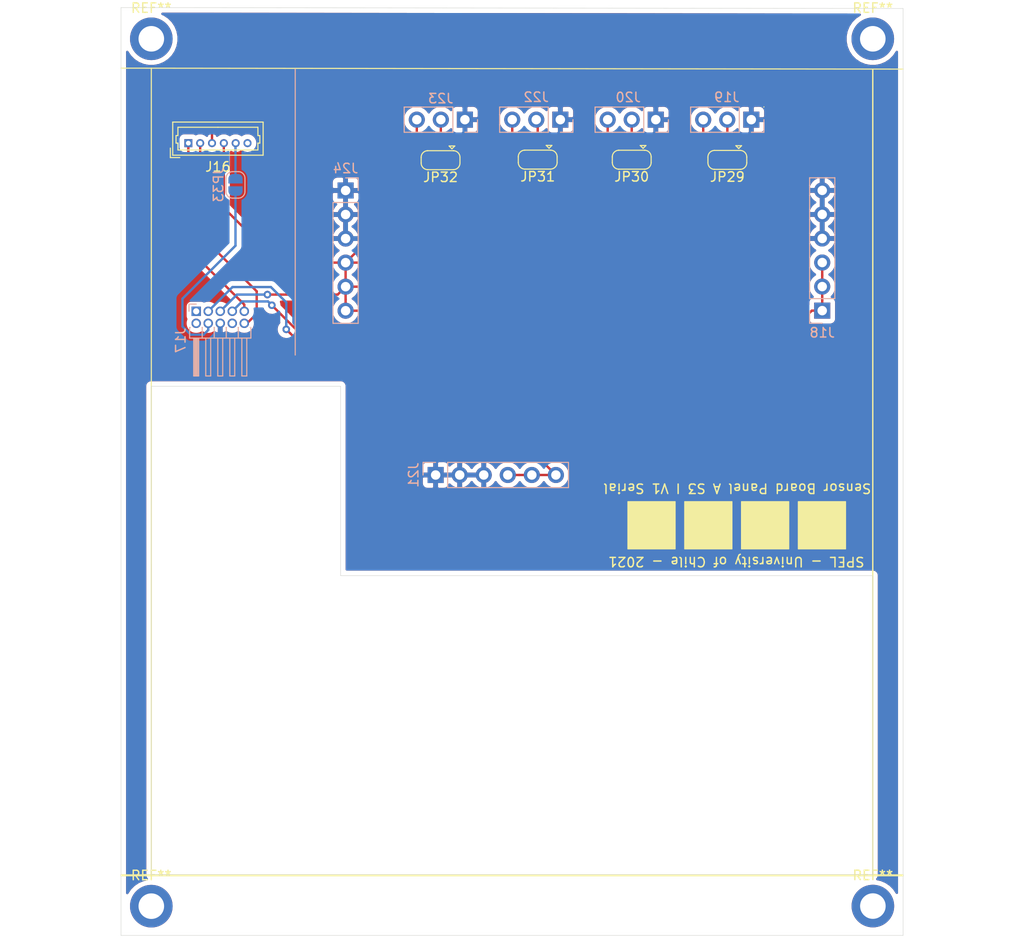
<source format=kicad_pcb>
(kicad_pcb (version 20171130) (host pcbnew "(5.1.2)-2")

  (general
    (thickness 1.6)
    (drawings 33)
    (tracks 93)
    (zones 0)
    (modules 18)
    (nets 17)
  )

  (page A2)
  (layers
    (0 F.Cu signal)
    (31 B.Cu signal)
    (32 B.Adhes user)
    (33 F.Adhes user)
    (34 B.Paste user)
    (35 F.Paste user)
    (36 B.SilkS user)
    (37 F.SilkS user)
    (38 B.Mask user)
    (39 F.Mask user)
    (40 Dwgs.User user)
    (41 Cmts.User user)
    (42 Eco1.User user)
    (43 Eco2.User user)
    (44 Edge.Cuts user)
    (45 Margin user)
    (46 B.CrtYd user)
    (47 F.CrtYd user)
    (48 B.Fab user)
    (49 F.Fab user)
  )

  (setup
    (last_trace_width 0.25)
    (trace_clearance 0.2)
    (zone_clearance 0.508)
    (zone_45_only no)
    (trace_min 0.2)
    (via_size 0.8)
    (via_drill 0.4)
    (via_min_size 0.4)
    (via_min_drill 0.3)
    (uvia_size 0.3)
    (uvia_drill 0.1)
    (uvias_allowed no)
    (uvia_min_size 0.2)
    (uvia_min_drill 0.1)
    (edge_width 0.05)
    (segment_width 0.2)
    (pcb_text_width 0.3)
    (pcb_text_size 1.5 1.5)
    (mod_edge_width 0.12)
    (mod_text_size 1 1)
    (mod_text_width 0.15)
    (pad_size 3.2 3.2)
    (pad_drill 1.8)
    (pad_to_mask_clearance 0.051)
    (solder_mask_min_width 0.25)
    (aux_axis_origin 0 0)
    (visible_elements 7FFFFFFF)
    (pcbplotparams
      (layerselection 0x010fc_ffffffff)
      (usegerberextensions false)
      (usegerberattributes false)
      (usegerberadvancedattributes false)
      (creategerberjobfile false)
      (excludeedgelayer true)
      (linewidth 0.100000)
      (plotframeref false)
      (viasonmask false)
      (mode 1)
      (useauxorigin false)
      (hpglpennumber 1)
      (hpglpenspeed 20)
      (hpglpendiameter 15.000000)
      (psnegative false)
      (psa4output false)
      (plotreference true)
      (plotvalue true)
      (plotinvisibletext false)
      (padsonsilk false)
      (subtractmaskfromsilk false)
      (outputformat 1)
      (mirror false)
      (drillshape 0)
      (scaleselection 1)
      (outputdirectory "D:/MAG+ SUCHAI 2 y 3/MAG_PC_AOA_FOD/A/Hardware/Panel A I S3/PAIS3/"))
  )

  (net 0 "")
  (net 1 GND)
  (net 2 "Net-(J16-Pad6)")
  (net 3 LPS_3V3)
  (net 4 LPS_5V)
  (net 5 LPS_RX)
  (net 6 LPS_TX)
  (net 7 VPOS)
  (net 8 VNEG)
  (net 9 PSN)
  (net 10 ENN)
  (net 11 PSP)
  (net 12 ENP)
  (net 13 "Net-(J17-Pad2)")
  (net 14 "Net-(J17-Pad1)")
  (net 15 "Net-(J17-Pad8)")
  (net 16 LPS_3V3J)

  (net_class Default "This is the default net class."
    (clearance 0.2)
    (trace_width 0.25)
    (via_dia 0.8)
    (via_drill 0.4)
    (uvia_dia 0.3)
    (uvia_drill 0.1)
    (add_net ENN)
    (add_net ENP)
    (add_net GND)
    (add_net LPS_3V3)
    (add_net LPS_3V3J)
    (add_net LPS_5V)
    (add_net LPS_RX)
    (add_net LPS_TX)
    (add_net "Net-(J16-Pad6)")
    (add_net "Net-(J17-Pad1)")
    (add_net "Net-(J17-Pad2)")
    (add_net "Net-(J17-Pad8)")
    (add_net PSN)
    (add_net PSP)
    (add_net VNEG)
    (add_net VPOS)
  )

  (module Jumper:SolderJumper-2_P1.3mm_Open_RoundedPad1.0x1.5mm (layer B.Cu) (tedit 5B391E66) (tstamp 6121CA9B)
    (at 47.98 266.86 270)
    (descr "SMD Solder Jumper, 1x1.5mm, rounded Pads, 0.3mm gap, open")
    (tags "solder jumper open")
    (path /612008B4/61259EBE)
    (attr virtual)
    (fp_text reference JP33 (at 0 1.8 270) (layer B.SilkS)
      (effects (font (size 1 1) (thickness 0.15)) (justify mirror))
    )
    (fp_text value Jumper_2_Open (at 0 -1.9 270) (layer B.Fab)
      (effects (font (size 1 1) (thickness 0.15)) (justify mirror))
    )
    (fp_line (start 1.65 -1.25) (end -1.65 -1.25) (layer B.CrtYd) (width 0.05))
    (fp_line (start 1.65 -1.25) (end 1.65 1.25) (layer B.CrtYd) (width 0.05))
    (fp_line (start -1.65 1.25) (end -1.65 -1.25) (layer B.CrtYd) (width 0.05))
    (fp_line (start -1.65 1.25) (end 1.65 1.25) (layer B.CrtYd) (width 0.05))
    (fp_line (start -0.7 1) (end 0.7 1) (layer B.SilkS) (width 0.12))
    (fp_line (start 1.4 0.3) (end 1.4 -0.3) (layer B.SilkS) (width 0.12))
    (fp_line (start 0.7 -1) (end -0.7 -1) (layer B.SilkS) (width 0.12))
    (fp_line (start -1.4 -0.3) (end -1.4 0.3) (layer B.SilkS) (width 0.12))
    (fp_arc (start -0.7 0.3) (end -0.7 1) (angle 90) (layer B.SilkS) (width 0.12))
    (fp_arc (start -0.7 -0.3) (end -1.4 -0.3) (angle 90) (layer B.SilkS) (width 0.12))
    (fp_arc (start 0.7 -0.3) (end 0.7 -1) (angle 90) (layer B.SilkS) (width 0.12))
    (fp_arc (start 0.7 0.3) (end 1.4 0.3) (angle 90) (layer B.SilkS) (width 0.12))
    (pad 2 smd custom (at 0.65 0 270) (size 1 0.5) (layers B.Cu B.Mask)
      (net 16 LPS_3V3J) (zone_connect 2)
      (options (clearance outline) (anchor rect))
      (primitives
        (gr_circle (center 0 -0.25) (end 0.5 -0.25) (width 0))
        (gr_circle (center 0 0.25) (end 0.5 0.25) (width 0))
        (gr_poly (pts
           (xy 0 0.75) (xy -0.5 0.75) (xy -0.5 -0.75) (xy 0 -0.75)) (width 0))
      ))
    (pad 1 smd custom (at -0.65 0 270) (size 1 0.5) (layers B.Cu B.Mask)
      (net 3 LPS_3V3) (zone_connect 2)
      (options (clearance outline) (anchor rect))
      (primitives
        (gr_circle (center 0 -0.25) (end 0.5 -0.25) (width 0))
        (gr_circle (center 0 0.25) (end 0.5 0.25) (width 0))
        (gr_poly (pts
           (xy 0 0.75) (xy 0.5 0.75) (xy 0.5 -0.75) (xy 0 -0.75)) (width 0))
      ))
  )

  (module Pin_Headers:Pin_Header_Straight_1x03_Pitch2.54mm (layer B.Cu) (tedit 59650532) (tstamp 6121CA2B)
    (at 72.21 259.97 90)
    (descr "Through hole straight pin header, 1x03, 2.54mm pitch, single row")
    (tags "Through hole pin header THT 1x03 2.54mm single row")
    (path /612008B4/61201E27)
    (autoplace_cost90 1)
    (fp_text reference J23 (at 2.23 -2.55 180) (layer B.SilkS)
      (effects (font (size 1 1) (thickness 0.15)) (justify mirror))
    )
    (fp_text value Conn_01x03_Male (at 0 -7.41 90) (layer B.Fab)
      (effects (font (size 1 1) (thickness 0.15)) (justify mirror))
    )
    (fp_text user %R (at 0 -2.54 180) (layer B.Fab)
      (effects (font (size 1 1) (thickness 0.15)) (justify mirror))
    )
    (fp_line (start 1.8 1.8) (end -1.8 1.8) (layer B.CrtYd) (width 0.05))
    (fp_line (start 1.8 -6.85) (end 1.8 1.8) (layer B.CrtYd) (width 0.05))
    (fp_line (start -1.8 -6.85) (end 1.8 -6.85) (layer B.CrtYd) (width 0.05))
    (fp_line (start -1.8 1.8) (end -1.8 -6.85) (layer B.CrtYd) (width 0.05))
    (fp_line (start -1.33 1.33) (end 0 1.33) (layer B.SilkS) (width 0.12))
    (fp_line (start -1.33 0) (end -1.33 1.33) (layer B.SilkS) (width 0.12))
    (fp_line (start -1.33 -1.27) (end 1.33 -1.27) (layer B.SilkS) (width 0.12))
    (fp_line (start 1.33 -1.27) (end 1.33 -6.41) (layer B.SilkS) (width 0.12))
    (fp_line (start -1.33 -1.27) (end -1.33 -6.41) (layer B.SilkS) (width 0.12))
    (fp_line (start -1.33 -6.41) (end 1.33 -6.41) (layer B.SilkS) (width 0.12))
    (fp_line (start -1.27 0.635) (end -0.635 1.27) (layer B.Fab) (width 0.1))
    (fp_line (start -1.27 -6.35) (end -1.27 0.635) (layer B.Fab) (width 0.1))
    (fp_line (start 1.27 -6.35) (end -1.27 -6.35) (layer B.Fab) (width 0.1))
    (fp_line (start 1.27 1.27) (end 1.27 -6.35) (layer B.Fab) (width 0.1))
    (fp_line (start -0.635 1.27) (end 1.27 1.27) (layer B.Fab) (width 0.1))
    (pad 3 thru_hole oval (at 0 -5.08 90) (size 1.7 1.7) (drill 1) (layers *.Cu *.Mask)
      (net 4 LPS_5V))
    (pad 2 thru_hole oval (at 0 -2.54 90) (size 1.7 1.7) (drill 1) (layers *.Cu *.Mask)
      (net 12 ENP))
    (pad 1 thru_hole rect (at 0 0 90) (size 1.7 1.7) (drill 1) (layers *.Cu *.Mask)
      (net 1 GND))
    (model ${KISYS3DMOD}/Pin_Headers.3dshapes/Pin_Header_Straight_1x03_Pitch2.54mm.wrl
      (at (xyz 0 0 0))
      (scale (xyz 1 1 1))
      (rotate (xyz 0 0 0))
    )
  )

  (module Pin_Headers:Pin_Header_Straight_1x03_Pitch2.54mm (layer B.Cu) (tedit 59650532) (tstamp 6121CA15)
    (at 82.29 259.97 90)
    (descr "Through hole straight pin header, 1x03, 2.54mm pitch, single row")
    (tags "Through hole pin header THT 1x03 2.54mm single row")
    (path /612008B4/61201B1B)
    (fp_text reference J22 (at 2.38 -2.55 180) (layer B.SilkS)
      (effects (font (size 1 1) (thickness 0.15)) (justify mirror))
    )
    (fp_text value Conn_01x03_Male (at 0 -7.41 90) (layer B.Fab)
      (effects (font (size 1 1) (thickness 0.15)) (justify mirror))
    )
    (fp_line (start -0.635 1.27) (end 1.27 1.27) (layer B.Fab) (width 0.1))
    (fp_line (start 1.27 1.27) (end 1.27 -6.35) (layer B.Fab) (width 0.1))
    (fp_line (start 1.27 -6.35) (end -1.27 -6.35) (layer B.Fab) (width 0.1))
    (fp_line (start -1.27 -6.35) (end -1.27 0.635) (layer B.Fab) (width 0.1))
    (fp_line (start -1.27 0.635) (end -0.635 1.27) (layer B.Fab) (width 0.1))
    (fp_line (start -1.33 -6.41) (end 1.33 -6.41) (layer B.SilkS) (width 0.12))
    (fp_line (start -1.33 -1.27) (end -1.33 -6.41) (layer B.SilkS) (width 0.12))
    (fp_line (start 1.33 -1.27) (end 1.33 -6.41) (layer B.SilkS) (width 0.12))
    (fp_line (start -1.33 -1.27) (end 1.33 -1.27) (layer B.SilkS) (width 0.12))
    (fp_line (start -1.33 0) (end -1.33 1.33) (layer B.SilkS) (width 0.12))
    (fp_line (start -1.33 1.33) (end 0 1.33) (layer B.SilkS) (width 0.12))
    (fp_line (start -1.8 1.8) (end -1.8 -6.85) (layer B.CrtYd) (width 0.05))
    (fp_line (start -1.8 -6.85) (end 1.8 -6.85) (layer B.CrtYd) (width 0.05))
    (fp_line (start 1.8 -6.85) (end 1.8 1.8) (layer B.CrtYd) (width 0.05))
    (fp_line (start 1.8 1.8) (end -1.8 1.8) (layer B.CrtYd) (width 0.05))
    (fp_text user %R (at 0 -2.54 180) (layer B.Fab)
      (effects (font (size 1 1) (thickness 0.15)) (justify mirror))
    )
    (pad 1 thru_hole rect (at 0 0 90) (size 1.7 1.7) (drill 1) (layers *.Cu *.Mask)
      (net 1 GND))
    (pad 2 thru_hole oval (at 0 -2.54 90) (size 1.7 1.7) (drill 1) (layers *.Cu *.Mask)
      (net 11 PSP))
    (pad 3 thru_hole oval (at 0 -5.08 90) (size 1.7 1.7) (drill 1) (layers *.Cu *.Mask)
      (net 4 LPS_5V))
    (model ${KISYS3DMOD}/Pin_Headers.3dshapes/Pin_Header_Straight_1x03_Pitch2.54mm.wrl
      (at (xyz 0 0 0))
      (scale (xyz 1 1 1))
      (rotate (xyz 0 0 0))
    )
  )

  (module Pin_Headers:Pin_Header_Straight_1x06_Pitch2.54mm (layer B.Cu) (tedit 59650532) (tstamp 6121C9FC)
    (at 69.12 297.5 270)
    (descr "Through hole straight pin header, 1x06, 2.54mm pitch, single row")
    (tags "Through hole pin header THT 1x06 2.54mm single row")
    (path /612008B4/61202D45)
    (fp_text reference J21 (at 0 2.33 90) (layer B.SilkS)
      (effects (font (size 1 1) (thickness 0.15)) (justify mirror))
    )
    (fp_text value Conn_01x06_Male (at 0 -15.03 90) (layer B.Fab)
      (effects (font (size 1 1) (thickness 0.15)) (justify mirror))
    )
    (fp_line (start -0.635 1.27) (end 1.27 1.27) (layer B.Fab) (width 0.1))
    (fp_line (start 1.27 1.27) (end 1.27 -13.97) (layer B.Fab) (width 0.1))
    (fp_line (start 1.27 -13.97) (end -1.27 -13.97) (layer B.Fab) (width 0.1))
    (fp_line (start -1.27 -13.97) (end -1.27 0.635) (layer B.Fab) (width 0.1))
    (fp_line (start -1.27 0.635) (end -0.635 1.27) (layer B.Fab) (width 0.1))
    (fp_line (start -1.33 -14.03) (end 1.33 -14.03) (layer B.SilkS) (width 0.12))
    (fp_line (start -1.33 -1.27) (end -1.33 -14.03) (layer B.SilkS) (width 0.12))
    (fp_line (start 1.33 -1.27) (end 1.33 -14.03) (layer B.SilkS) (width 0.12))
    (fp_line (start -1.33 -1.27) (end 1.33 -1.27) (layer B.SilkS) (width 0.12))
    (fp_line (start -1.33 0) (end -1.33 1.33) (layer B.SilkS) (width 0.12))
    (fp_line (start -1.33 1.33) (end 0 1.33) (layer B.SilkS) (width 0.12))
    (fp_line (start -1.8 1.8) (end -1.8 -14.5) (layer B.CrtYd) (width 0.05))
    (fp_line (start -1.8 -14.5) (end 1.8 -14.5) (layer B.CrtYd) (width 0.05))
    (fp_line (start 1.8 -14.5) (end 1.8 1.8) (layer B.CrtYd) (width 0.05))
    (fp_line (start 1.8 1.8) (end -1.8 1.8) (layer B.CrtYd) (width 0.05))
    (fp_text user %R (at 0 -6.35 180) (layer B.Fab)
      (effects (font (size 1 1) (thickness 0.15)) (justify mirror))
    )
    (pad 1 thru_hole rect (at 0 0 270) (size 1.7 1.7) (drill 1) (layers *.Cu *.Mask)
      (net 1 GND))
    (pad 2 thru_hole oval (at 0 -2.54 270) (size 1.7 1.7) (drill 1) (layers *.Cu *.Mask)
      (net 1 GND))
    (pad 3 thru_hole oval (at 0 -5.08 270) (size 1.7 1.7) (drill 1) (layers *.Cu *.Mask)
      (net 1 GND))
    (pad 4 thru_hole oval (at 0 -7.62 270) (size 1.7 1.7) (drill 1) (layers *.Cu *.Mask)
      (net 7 VPOS))
    (pad 5 thru_hole oval (at 0 -10.16 270) (size 1.7 1.7) (drill 1) (layers *.Cu *.Mask)
      (net 7 VPOS))
    (pad 6 thru_hole oval (at 0 -12.7 270) (size 1.7 1.7) (drill 1) (layers *.Cu *.Mask)
      (net 7 VPOS))
    (model ${KISYS3DMOD}/Pin_Headers.3dshapes/Pin_Header_Straight_1x06_Pitch2.54mm.wrl
      (at (xyz 0 0 0))
      (scale (xyz 1 1 1))
      (rotate (xyz 0 0 0))
    )
  )

  (module Pin_Headers:Pin_Header_Straight_1x03_Pitch2.54mm (layer B.Cu) (tedit 59650532) (tstamp 6121C9E6)
    (at 102.46 259.97 90)
    (descr "Through hole straight pin header, 1x03, 2.54mm pitch, single row")
    (tags "Through hole pin header THT 1x03 2.54mm single row")
    (path /612008B4/612012CD)
    (fp_text reference J19 (at 2.37 -2.59 180) (layer B.SilkS)
      (effects (font (size 1 1) (thickness 0.15)) (justify mirror))
    )
    (fp_text value Conn_01x03_Male (at 0 -7.41 90) (layer B.Fab)
      (effects (font (size 1 1) (thickness 0.15)) (justify mirror))
    )
    (fp_line (start -0.635 1.27) (end 1.27 1.27) (layer B.Fab) (width 0.1))
    (fp_line (start 1.27 1.27) (end 1.27 -6.35) (layer B.Fab) (width 0.1))
    (fp_line (start 1.27 -6.35) (end -1.27 -6.35) (layer B.Fab) (width 0.1))
    (fp_line (start -1.27 -6.35) (end -1.27 0.635) (layer B.Fab) (width 0.1))
    (fp_line (start -1.27 0.635) (end -0.635 1.27) (layer B.Fab) (width 0.1))
    (fp_line (start -1.33 -6.41) (end 1.33 -6.41) (layer B.SilkS) (width 0.12))
    (fp_line (start -1.33 -1.27) (end -1.33 -6.41) (layer B.SilkS) (width 0.12))
    (fp_line (start 1.33 -1.27) (end 1.33 -6.41) (layer B.SilkS) (width 0.12))
    (fp_line (start -1.33 -1.27) (end 1.33 -1.27) (layer B.SilkS) (width 0.12))
    (fp_line (start -1.33 0) (end -1.33 1.33) (layer B.SilkS) (width 0.12))
    (fp_line (start -1.33 1.33) (end 0 1.33) (layer B.SilkS) (width 0.12))
    (fp_line (start -1.8 1.8) (end -1.8 -6.85) (layer B.CrtYd) (width 0.05))
    (fp_line (start -1.8 -6.85) (end 1.8 -6.85) (layer B.CrtYd) (width 0.05))
    (fp_line (start 1.8 -6.85) (end 1.8 1.8) (layer B.CrtYd) (width 0.05))
    (fp_line (start 1.8 1.8) (end -1.8 1.8) (layer B.CrtYd) (width 0.05))
    (fp_text user %R (at 0 -2.54 180) (layer B.Fab)
      (effects (font (size 1 1) (thickness 0.15)) (justify mirror))
    )
    (pad 1 thru_hole rect (at 0 0 90) (size 1.7 1.7) (drill 1) (layers *.Cu *.Mask)
      (net 1 GND))
    (pad 2 thru_hole oval (at 0 -2.54 90) (size 1.7 1.7) (drill 1) (layers *.Cu *.Mask)
      (net 9 PSN))
    (pad 3 thru_hole oval (at 0 -5.08 90) (size 1.7 1.7) (drill 1) (layers *.Cu *.Mask)
      (net 4 LPS_5V))
    (model ${KISYS3DMOD}/Pin_Headers.3dshapes/Pin_Header_Straight_1x03_Pitch2.54mm.wrl
      (at (xyz 0 0 0))
      (scale (xyz 1 1 1))
      (rotate (xyz 0 0 0))
    )
  )

  (module Pin_Headers:Pin_Header_Angled_2x05_Pitch1.27mm (layer B.Cu) (tedit 59650536) (tstamp 6121C98F)
    (at 43.83 280.21 270)
    (descr "Through hole angled pin header, 2x05, 1.27mm pitch, 4.0mm pin length, double rows")
    (tags "Through hole angled pin header THT 2x05 1.27mm double row")
    (path /612008B4/611FDC0C)
    (fp_text reference J17 (at 3.0675 1.635 90) (layer B.SilkS)
      (effects (font (size 1 1) (thickness 0.15)) (justify mirror))
    )
    (fp_text value Conn_02x05_Counter_Clockwise (at 3.0675 -6.715 90) (layer B.Fab)
      (effects (font (size 1 1) (thickness 0.15)) (justify mirror))
    )
    (fp_line (start 2.02 0.635) (end 2.77 0.635) (layer B.Fab) (width 0.1))
    (fp_line (start 2.77 0.635) (end 2.77 -5.715) (layer B.Fab) (width 0.1))
    (fp_line (start 2.77 -5.715) (end 1.77 -5.715) (layer B.Fab) (width 0.1))
    (fp_line (start 1.77 -5.715) (end 1.77 0.385) (layer B.Fab) (width 0.1))
    (fp_line (start 1.77 0.385) (end 2.02 0.635) (layer B.Fab) (width 0.1))
    (fp_line (start -0.2 0.2) (end 1.77 0.2) (layer B.Fab) (width 0.1))
    (fp_line (start -0.2 0.2) (end -0.2 -0.2) (layer B.Fab) (width 0.1))
    (fp_line (start -0.2 -0.2) (end 1.77 -0.2) (layer B.Fab) (width 0.1))
    (fp_line (start 2.77 0.2) (end 6.77 0.2) (layer B.Fab) (width 0.1))
    (fp_line (start 6.77 0.2) (end 6.77 -0.2) (layer B.Fab) (width 0.1))
    (fp_line (start 2.77 -0.2) (end 6.77 -0.2) (layer B.Fab) (width 0.1))
    (fp_line (start -0.2 -1.07) (end 1.77 -1.07) (layer B.Fab) (width 0.1))
    (fp_line (start -0.2 -1.07) (end -0.2 -1.47) (layer B.Fab) (width 0.1))
    (fp_line (start -0.2 -1.47) (end 1.77 -1.47) (layer B.Fab) (width 0.1))
    (fp_line (start 2.77 -1.07) (end 6.77 -1.07) (layer B.Fab) (width 0.1))
    (fp_line (start 6.77 -1.07) (end 6.77 -1.47) (layer B.Fab) (width 0.1))
    (fp_line (start 2.77 -1.47) (end 6.77 -1.47) (layer B.Fab) (width 0.1))
    (fp_line (start -0.2 -2.34) (end 1.77 -2.34) (layer B.Fab) (width 0.1))
    (fp_line (start -0.2 -2.34) (end -0.2 -2.74) (layer B.Fab) (width 0.1))
    (fp_line (start -0.2 -2.74) (end 1.77 -2.74) (layer B.Fab) (width 0.1))
    (fp_line (start 2.77 -2.34) (end 6.77 -2.34) (layer B.Fab) (width 0.1))
    (fp_line (start 6.77 -2.34) (end 6.77 -2.74) (layer B.Fab) (width 0.1))
    (fp_line (start 2.77 -2.74) (end 6.77 -2.74) (layer B.Fab) (width 0.1))
    (fp_line (start -0.2 -3.61) (end 1.77 -3.61) (layer B.Fab) (width 0.1))
    (fp_line (start -0.2 -3.61) (end -0.2 -4.01) (layer B.Fab) (width 0.1))
    (fp_line (start -0.2 -4.01) (end 1.77 -4.01) (layer B.Fab) (width 0.1))
    (fp_line (start 2.77 -3.61) (end 6.77 -3.61) (layer B.Fab) (width 0.1))
    (fp_line (start 6.77 -3.61) (end 6.77 -4.01) (layer B.Fab) (width 0.1))
    (fp_line (start 2.77 -4.01) (end 6.77 -4.01) (layer B.Fab) (width 0.1))
    (fp_line (start -0.2 -4.88) (end 1.77 -4.88) (layer B.Fab) (width 0.1))
    (fp_line (start -0.2 -4.88) (end -0.2 -5.28) (layer B.Fab) (width 0.1))
    (fp_line (start -0.2 -5.28) (end 1.77 -5.28) (layer B.Fab) (width 0.1))
    (fp_line (start 2.77 -4.88) (end 6.77 -4.88) (layer B.Fab) (width 0.1))
    (fp_line (start 6.77 -4.88) (end 6.77 -5.28) (layer B.Fab) (width 0.1))
    (fp_line (start 2.77 -5.28) (end 6.77 -5.28) (layer B.Fab) (width 0.1))
    (fp_line (start 1.71 0.619677) (end 1.71 0.695) (layer B.SilkS) (width 0.12))
    (fp_line (start 1.71 0.695) (end 2.83 0.695) (layer B.SilkS) (width 0.12))
    (fp_line (start 2.83 0.695) (end 2.83 -5.775) (layer B.SilkS) (width 0.12))
    (fp_line (start 2.83 -5.775) (end 1.71 -5.775) (layer B.SilkS) (width 0.12))
    (fp_line (start 1.71 -5.775) (end 1.71 -5.699677) (layer B.SilkS) (width 0.12))
    (fp_line (start 2.83 0.26) (end 6.83 0.26) (layer B.SilkS) (width 0.12))
    (fp_line (start 6.83 0.26) (end 6.83 -0.26) (layer B.SilkS) (width 0.12))
    (fp_line (start 6.83 -0.26) (end 2.83 -0.26) (layer B.SilkS) (width 0.12))
    (fp_line (start 2.83 0.2) (end 6.83 0.2) (layer B.SilkS) (width 0.12))
    (fp_line (start 2.83 0.08) (end 6.83 0.08) (layer B.SilkS) (width 0.12))
    (fp_line (start 2.83 -0.04) (end 6.83 -0.04) (layer B.SilkS) (width 0.12))
    (fp_line (start 2.83 -0.16) (end 6.83 -0.16) (layer B.SilkS) (width 0.12))
    (fp_line (start 1.71 -0.635) (end 2.83 -0.635) (layer B.SilkS) (width 0.12))
    (fp_line (start 1.71 -0.619677) (end 1.71 -0.650323) (layer B.SilkS) (width 0.12))
    (fp_line (start 2.83 -1.01) (end 6.83 -1.01) (layer B.SilkS) (width 0.12))
    (fp_line (start 6.83 -1.01) (end 6.83 -1.53) (layer B.SilkS) (width 0.12))
    (fp_line (start 6.83 -1.53) (end 2.83 -1.53) (layer B.SilkS) (width 0.12))
    (fp_line (start 1.71 -1.905) (end 2.83 -1.905) (layer B.SilkS) (width 0.12))
    (fp_line (start 1.71 -1.889677) (end 1.71 -1.920323) (layer B.SilkS) (width 0.12))
    (fp_line (start 2.83 -2.28) (end 6.83 -2.28) (layer B.SilkS) (width 0.12))
    (fp_line (start 6.83 -2.28) (end 6.83 -2.8) (layer B.SilkS) (width 0.12))
    (fp_line (start 6.83 -2.8) (end 2.83 -2.8) (layer B.SilkS) (width 0.12))
    (fp_line (start 1.71 -3.175) (end 2.83 -3.175) (layer B.SilkS) (width 0.12))
    (fp_line (start 1.71 -3.159677) (end 1.71 -3.190323) (layer B.SilkS) (width 0.12))
    (fp_line (start 2.83 -3.55) (end 6.83 -3.55) (layer B.SilkS) (width 0.12))
    (fp_line (start 6.83 -3.55) (end 6.83 -4.07) (layer B.SilkS) (width 0.12))
    (fp_line (start 6.83 -4.07) (end 2.83 -4.07) (layer B.SilkS) (width 0.12))
    (fp_line (start 1.71 -4.445) (end 2.83 -4.445) (layer B.SilkS) (width 0.12))
    (fp_line (start 1.71 -4.429677) (end 1.71 -4.460323) (layer B.SilkS) (width 0.12))
    (fp_line (start 2.83 -4.82) (end 6.83 -4.82) (layer B.SilkS) (width 0.12))
    (fp_line (start 6.83 -4.82) (end 6.83 -5.34) (layer B.SilkS) (width 0.12))
    (fp_line (start 6.83 -5.34) (end 2.83 -5.34) (layer B.SilkS) (width 0.12))
    (fp_line (start -0.76 0) (end -0.76 0.76) (layer B.SilkS) (width 0.12))
    (fp_line (start -0.76 0.76) (end 0 0.76) (layer B.SilkS) (width 0.12))
    (fp_line (start -1.15 1.15) (end -1.15 -6.25) (layer B.CrtYd) (width 0.05))
    (fp_line (start -1.15 -6.25) (end 7.3 -6.25) (layer B.CrtYd) (width 0.05))
    (fp_line (start 7.3 -6.25) (end 7.3 1.15) (layer B.CrtYd) (width 0.05))
    (fp_line (start 7.3 1.15) (end -1.15 1.15) (layer B.CrtYd) (width 0.05))
    (fp_text user %R (at 2.27 -2.54 180) (layer B.Fab)
      (effects (font (size 0.6 0.6) (thickness 0.09)) (justify mirror))
    )
    (pad 1 thru_hole rect (at 0 0 270) (size 1 1) (drill 0.65) (layers *.Cu *.Mask)
      (net 14 "Net-(J17-Pad1)"))
    (pad 2 thru_hole oval (at 1.27 0 270) (size 1 1) (drill 0.65) (layers *.Cu *.Mask)
      (net 13 "Net-(J17-Pad2)"))
    (pad 3 thru_hole oval (at 0 -1.27 270) (size 1 1) (drill 0.65) (layers *.Cu *.Mask)
      (net 7 VPOS))
    (pad 4 thru_hole oval (at 1.27 -1.27 270) (size 1 1) (drill 0.65) (layers *.Cu *.Mask)
      (net 16 LPS_3V3J))
    (pad 5 thru_hole oval (at 0 -2.54 270) (size 1 1) (drill 0.65) (layers *.Cu *.Mask)
      (net 4 LPS_5V))
    (pad 6 thru_hole oval (at 1.27 -2.54 270) (size 1 1) (drill 0.65) (layers *.Cu *.Mask)
      (net 1 GND))
    (pad 7 thru_hole oval (at 0 -3.81 270) (size 1 1) (drill 0.65) (layers *.Cu *.Mask)
      (net 8 VNEG))
    (pad 8 thru_hole oval (at 1.27 -3.81 270) (size 1 1) (drill 0.65) (layers *.Cu *.Mask)
      (net 15 "Net-(J17-Pad8)"))
    (pad 9 thru_hole oval (at 0 -5.08 270) (size 1 1) (drill 0.65) (layers *.Cu *.Mask)
      (net 5 LPS_RX))
    (pad 10 thru_hole oval (at 1.27 -5.08 270) (size 1 1) (drill 0.65) (layers *.Cu *.Mask)
      (net 6 LPS_TX))
    (model ${KISYS3DMOD}/Pin_Headers.3dshapes/Pin_Header_Angled_2x05_Pitch1.27mm.wrl
      (at (xyz 0 0 0))
      (scale (xyz 1 1 1))
      (rotate (xyz 0 0 0))
    )
    (model "D:/MAG+ SUCHAI 2 y 3/Downloads/PARTserver22021082322185532628920d0b6156e/FTSH-105-01-F-D-RA-K.stp"
      (offset (xyz 2.5 -2.5 2.5))
      (scale (xyz 1 1 1))
      (rotate (xyz -180 0 -90))
    )
  )

  (module Jumper:SolderJumper-3_P1.3mm_Open_RoundedPad1.0x1.5mm (layer F.Cu) (tedit 5B391EB7) (tstamp 6121C97A)
    (at 69.64 264.25 180)
    (descr "SMD Solder 3-pad Jumper, 1x1.5mm rounded Pads, 0.3mm gap, open")
    (tags "solder jumper open")
    (path /612008B4/612147D7)
    (attr virtual)
    (fp_text reference JP32 (at 0 -1.8) (layer F.SilkS)
      (effects (font (size 1 1) (thickness 0.15)))
    )
    (fp_text value Jumper_3_Open (at 0 1.9) (layer F.Fab)
      (effects (font (size 1 1) (thickness 0.15)))
    )
    (fp_arc (start -1.35 -0.3) (end -1.35 -1) (angle -90) (layer F.SilkS) (width 0.12))
    (fp_arc (start -1.35 0.3) (end -2.05 0.3) (angle -90) (layer F.SilkS) (width 0.12))
    (fp_arc (start 1.35 0.3) (end 1.35 1) (angle -90) (layer F.SilkS) (width 0.12))
    (fp_arc (start 1.35 -0.3) (end 2.05 -0.3) (angle -90) (layer F.SilkS) (width 0.12))
    (fp_line (start 2.3 1.25) (end -2.3 1.25) (layer F.CrtYd) (width 0.05))
    (fp_line (start 2.3 1.25) (end 2.3 -1.25) (layer F.CrtYd) (width 0.05))
    (fp_line (start -2.3 -1.25) (end -2.3 1.25) (layer F.CrtYd) (width 0.05))
    (fp_line (start -2.3 -1.25) (end 2.3 -1.25) (layer F.CrtYd) (width 0.05))
    (fp_line (start -1.4 -1) (end 1.4 -1) (layer F.SilkS) (width 0.12))
    (fp_line (start 2.05 -0.3) (end 2.05 0.3) (layer F.SilkS) (width 0.12))
    (fp_line (start 1.4 1) (end -1.4 1) (layer F.SilkS) (width 0.12))
    (fp_line (start -2.05 0.3) (end -2.05 -0.3) (layer F.SilkS) (width 0.12))
    (fp_line (start -1.2 1.2) (end -1.5 1.5) (layer F.SilkS) (width 0.12))
    (fp_line (start -1.5 1.5) (end -0.9 1.5) (layer F.SilkS) (width 0.12))
    (fp_line (start -1.2 1.2) (end -0.9 1.5) (layer F.SilkS) (width 0.12))
    (pad 2 smd rect (at 0 0 180) (size 1 1.5) (layers F.Cu F.Mask)
      (net 12 ENP))
    (pad 3 smd custom (at 1.3 0 180) (size 1 0.5) (layers F.Cu F.Mask)
      (net 4 LPS_5V) (zone_connect 2)
      (options (clearance outline) (anchor rect))
      (primitives
        (gr_circle (center 0 0.25) (end 0.5 0.25) (width 0))
        (gr_circle (center 0 -0.25) (end 0.5 -0.25) (width 0))
        (gr_poly (pts
           (xy -0.55 -0.75) (xy 0 -0.75) (xy 0 0.75) (xy -0.55 0.75)) (width 0))
      ))
    (pad 1 smd custom (at -1.3 0 180) (size 1 0.5) (layers F.Cu F.Mask)
      (net 1 GND) (zone_connect 2)
      (options (clearance outline) (anchor rect))
      (primitives
        (gr_circle (center 0 0.25) (end 0.5 0.25) (width 0))
        (gr_circle (center 0 -0.25) (end 0.5 -0.25) (width 0))
        (gr_poly (pts
           (xy 0.55 -0.75) (xy 0 -0.75) (xy 0 0.75) (xy 0.55 0.75)) (width 0))
      ))
  )

  (module Jumper:SolderJumper-3_P1.3mm_Open_RoundedPad1.0x1.5mm (layer F.Cu) (tedit 5B391EB7) (tstamp 6121C965)
    (at 89.83 264.2 180)
    (descr "SMD Solder 3-pad Jumper, 1x1.5mm rounded Pads, 0.3mm gap, open")
    (tags "solder jumper open")
    (path /612008B4/61213D1F)
    (attr virtual)
    (fp_text reference JP30 (at 0 -1.8) (layer F.SilkS)
      (effects (font (size 1 1) (thickness 0.15)))
    )
    (fp_text value Jumper_3_Open (at 0 1.9) (layer F.Fab)
      (effects (font (size 1 1) (thickness 0.15)))
    )
    (fp_arc (start -1.35 -0.3) (end -1.35 -1) (angle -90) (layer F.SilkS) (width 0.12))
    (fp_arc (start -1.35 0.3) (end -2.05 0.3) (angle -90) (layer F.SilkS) (width 0.12))
    (fp_arc (start 1.35 0.3) (end 1.35 1) (angle -90) (layer F.SilkS) (width 0.12))
    (fp_arc (start 1.35 -0.3) (end 2.05 -0.3) (angle -90) (layer F.SilkS) (width 0.12))
    (fp_line (start 2.3 1.25) (end -2.3 1.25) (layer F.CrtYd) (width 0.05))
    (fp_line (start 2.3 1.25) (end 2.3 -1.25) (layer F.CrtYd) (width 0.05))
    (fp_line (start -2.3 -1.25) (end -2.3 1.25) (layer F.CrtYd) (width 0.05))
    (fp_line (start -2.3 -1.25) (end 2.3 -1.25) (layer F.CrtYd) (width 0.05))
    (fp_line (start -1.4 -1) (end 1.4 -1) (layer F.SilkS) (width 0.12))
    (fp_line (start 2.05 -0.3) (end 2.05 0.3) (layer F.SilkS) (width 0.12))
    (fp_line (start 1.4 1) (end -1.4 1) (layer F.SilkS) (width 0.12))
    (fp_line (start -2.05 0.3) (end -2.05 -0.3) (layer F.SilkS) (width 0.12))
    (fp_line (start -1.2 1.2) (end -1.5 1.5) (layer F.SilkS) (width 0.12))
    (fp_line (start -1.5 1.5) (end -0.9 1.5) (layer F.SilkS) (width 0.12))
    (fp_line (start -1.2 1.2) (end -0.9 1.5) (layer F.SilkS) (width 0.12))
    (pad 2 smd rect (at 0 0 180) (size 1 1.5) (layers F.Cu F.Mask)
      (net 10 ENN))
    (pad 3 smd custom (at 1.3 0 180) (size 1 0.5) (layers F.Cu F.Mask)
      (net 4 LPS_5V) (zone_connect 2)
      (options (clearance outline) (anchor rect))
      (primitives
        (gr_circle (center 0 0.25) (end 0.5 0.25) (width 0))
        (gr_circle (center 0 -0.25) (end 0.5 -0.25) (width 0))
        (gr_poly (pts
           (xy -0.55 -0.75) (xy 0 -0.75) (xy 0 0.75) (xy -0.55 0.75)) (width 0))
      ))
    (pad 1 smd custom (at -1.3 0 180) (size 1 0.5) (layers F.Cu F.Mask)
      (net 1 GND) (zone_connect 2)
      (options (clearance outline) (anchor rect))
      (primitives
        (gr_circle (center 0 0.25) (end 0.5 0.25) (width 0))
        (gr_circle (center 0 -0.25) (end 0.5 -0.25) (width 0))
        (gr_poly (pts
           (xy 0.55 -0.75) (xy 0 -0.75) (xy 0 0.75) (xy 0.55 0.75)) (width 0))
      ))
  )

  (module Jumper:SolderJumper-3_P1.3mm_Open_RoundedPad1.0x1.5mm (layer F.Cu) (tedit 5B391EB7) (tstamp 6121C950)
    (at 99.93 264.22 180)
    (descr "SMD Solder 3-pad Jumper, 1x1.5mm rounded Pads, 0.3mm gap, open")
    (tags "solder jumper open")
    (path /612008B4/61205B82)
    (attr virtual)
    (fp_text reference JP29 (at 0 -1.8) (layer F.SilkS)
      (effects (font (size 1 1) (thickness 0.15)))
    )
    (fp_text value Jumper_3_Open (at 0 1.9) (layer F.Fab)
      (effects (font (size 1 1) (thickness 0.15)))
    )
    (fp_line (start -1.2 1.2) (end -0.9 1.5) (layer F.SilkS) (width 0.12))
    (fp_line (start -1.5 1.5) (end -0.9 1.5) (layer F.SilkS) (width 0.12))
    (fp_line (start -1.2 1.2) (end -1.5 1.5) (layer F.SilkS) (width 0.12))
    (fp_line (start -2.05 0.3) (end -2.05 -0.3) (layer F.SilkS) (width 0.12))
    (fp_line (start 1.4 1) (end -1.4 1) (layer F.SilkS) (width 0.12))
    (fp_line (start 2.05 -0.3) (end 2.05 0.3) (layer F.SilkS) (width 0.12))
    (fp_line (start -1.4 -1) (end 1.4 -1) (layer F.SilkS) (width 0.12))
    (fp_line (start -2.3 -1.25) (end 2.3 -1.25) (layer F.CrtYd) (width 0.05))
    (fp_line (start -2.3 -1.25) (end -2.3 1.25) (layer F.CrtYd) (width 0.05))
    (fp_line (start 2.3 1.25) (end 2.3 -1.25) (layer F.CrtYd) (width 0.05))
    (fp_line (start 2.3 1.25) (end -2.3 1.25) (layer F.CrtYd) (width 0.05))
    (fp_arc (start 1.35 -0.3) (end 2.05 -0.3) (angle -90) (layer F.SilkS) (width 0.12))
    (fp_arc (start 1.35 0.3) (end 1.35 1) (angle -90) (layer F.SilkS) (width 0.12))
    (fp_arc (start -1.35 0.3) (end -2.05 0.3) (angle -90) (layer F.SilkS) (width 0.12))
    (fp_arc (start -1.35 -0.3) (end -1.35 -1) (angle -90) (layer F.SilkS) (width 0.12))
    (pad 1 smd custom (at -1.3 0 180) (size 1 0.5) (layers F.Cu F.Mask)
      (net 1 GND) (zone_connect 2)
      (options (clearance outline) (anchor rect))
      (primitives
        (gr_circle (center 0 0.25) (end 0.5 0.25) (width 0))
        (gr_circle (center 0 -0.25) (end 0.5 -0.25) (width 0))
        (gr_poly (pts
           (xy 0.55 -0.75) (xy 0 -0.75) (xy 0 0.75) (xy 0.55 0.75)) (width 0))
      ))
    (pad 3 smd custom (at 1.3 0 180) (size 1 0.5) (layers F.Cu F.Mask)
      (net 4 LPS_5V) (zone_connect 2)
      (options (clearance outline) (anchor rect))
      (primitives
        (gr_circle (center 0 0.25) (end 0.5 0.25) (width 0))
        (gr_circle (center 0 -0.25) (end 0.5 -0.25) (width 0))
        (gr_poly (pts
           (xy -0.55 -0.75) (xy 0 -0.75) (xy 0 0.75) (xy -0.55 0.75)) (width 0))
      ))
    (pad 2 smd rect (at 0 0 180) (size 1 1.5) (layers F.Cu F.Mask)
      (net 9 PSN))
  )

  (module Connectors_Molex:Molex_PicoBlade_53047-0610_06x1.25mm_Straight (layer F.Cu) (tedit 58A3B615) (tstamp 6121C92A)
    (at 43 262.45)
    (descr "Molex PicoBlade, single row, top entry type, through hole, PN:53047-0610")
    (tags "connector molex picoblade")
    (path /612008B4/61200CE7)
    (fp_text reference J16 (at 3.125 2.5) (layer F.SilkS)
      (effects (font (size 1 1) (thickness 0.15)))
    )
    (fp_text value Conn_01x06_Male (at 3.125 -3.25) (layer F.Fab)
      (effects (font (size 1 1) (thickness 0.15)))
    )
    (fp_line (start -2 -2.55) (end -2 1.6) (layer F.CrtYd) (width 0.05))
    (fp_line (start -2 1.6) (end 8.25 1.6) (layer F.CrtYd) (width 0.05))
    (fp_line (start 8.25 1.6) (end 8.25 -2.55) (layer F.CrtYd) (width 0.05))
    (fp_line (start 8.25 -2.55) (end -2 -2.55) (layer F.CrtYd) (width 0.05))
    (fp_line (start -1.5 -2.075) (end -1.5 1.125) (layer F.Fab) (width 0.1))
    (fp_line (start -1.5 1.125) (end 7.75 1.125) (layer F.Fab) (width 0.1))
    (fp_line (start 7.75 1.125) (end 7.75 -2.075) (layer F.Fab) (width 0.1))
    (fp_line (start 7.75 -2.075) (end -1.5 -2.075) (layer F.Fab) (width 0.1))
    (fp_line (start -1.65 -2.225) (end -1.65 1.275) (layer F.SilkS) (width 0.12))
    (fp_line (start -1.65 1.275) (end 7.9 1.275) (layer F.SilkS) (width 0.12))
    (fp_line (start 7.9 1.275) (end 7.9 -2.225) (layer F.SilkS) (width 0.12))
    (fp_line (start 7.9 -2.225) (end -1.65 -2.225) (layer F.SilkS) (width 0.12))
    (fp_line (start 3.125 0.725) (end -1.1 0.725) (layer F.SilkS) (width 0.12))
    (fp_line (start -1.1 0.725) (end -1.1 0) (layer F.SilkS) (width 0.12))
    (fp_line (start -1.1 0) (end -1.3 0) (layer F.SilkS) (width 0.12))
    (fp_line (start -1.3 0) (end -1.3 -0.8) (layer F.SilkS) (width 0.12))
    (fp_line (start -1.3 -0.8) (end -1.1 -0.8) (layer F.SilkS) (width 0.12))
    (fp_line (start -1.1 -0.8) (end -1.1 -1.675) (layer F.SilkS) (width 0.12))
    (fp_line (start -1.1 -1.675) (end 3.125 -1.675) (layer F.SilkS) (width 0.12))
    (fp_line (start 3.125 0.725) (end 7.35 0.725) (layer F.SilkS) (width 0.12))
    (fp_line (start 7.35 0.725) (end 7.35 0) (layer F.SilkS) (width 0.12))
    (fp_line (start 7.35 0) (end 7.55 0) (layer F.SilkS) (width 0.12))
    (fp_line (start 7.55 0) (end 7.55 -0.8) (layer F.SilkS) (width 0.12))
    (fp_line (start 7.55 -0.8) (end 7.35 -0.8) (layer F.SilkS) (width 0.12))
    (fp_line (start 7.35 -0.8) (end 7.35 -1.675) (layer F.SilkS) (width 0.12))
    (fp_line (start 7.35 -1.675) (end 3.125 -1.675) (layer F.SilkS) (width 0.12))
    (fp_line (start -1.9 1.525) (end -1.9 0.525) (layer F.SilkS) (width 0.12))
    (fp_line (start -1.9 1.525) (end -0.9 1.525) (layer F.SilkS) (width 0.12))
    (fp_text user %R (at 3.125 -1.25) (layer F.Fab)
      (effects (font (size 1 1) (thickness 0.15)))
    )
    (pad 1 thru_hole rect (at 0 0) (size 0.85 0.85) (drill 0.5) (layers *.Cu *.Mask)
      (net 5 LPS_RX))
    (pad 2 thru_hole circle (at 1.25 0) (size 0.85 0.85) (drill 0.5) (layers *.Cu *.Mask)
      (net 6 LPS_TX))
    (pad 3 thru_hole circle (at 2.5 0) (size 0.85 0.85) (drill 0.5) (layers *.Cu *.Mask)
      (net 1 GND))
    (pad 4 thru_hole circle (at 3.75 0) (size 0.85 0.85) (drill 0.5) (layers *.Cu *.Mask)
      (net 4 LPS_5V))
    (pad 5 thru_hole circle (at 5 0) (size 0.85 0.85) (drill 0.5) (layers *.Cu *.Mask)
      (net 3 LPS_3V3))
    (pad 6 thru_hole circle (at 6.25 0) (size 0.85 0.85) (drill 0.5) (layers *.Cu *.Mask)
      (net 2 "Net-(J16-Pad6)"))
    (model ${KISYS3DMOD}/Connectors_Molex.3dshapes/Molex_PicoBlade_53047-0610_06x1.25mm_Straight.wrl
      (at (xyz 0 0 0))
      (scale (xyz 1 1 1))
      (rotate (xyz 0 0 0))
    )
    (model ${KISYS3DMOD}/Connector_Molex.3dshapes/530470610.stp
      (offset (xyz 3 0.5 3.5))
      (scale (xyz 1 1 1))
      (rotate (xyz -90 0 180))
    )
  )

  (module Pin_Headers:Pin_Header_Straight_1x06_Pitch2.54mm (layer B.Cu) (tedit 59650532) (tstamp 6121C911)
    (at 109.95 280.14)
    (descr "Through hole straight pin header, 1x06, 2.54mm pitch, single row")
    (tags "Through hole pin header THT 1x06 2.54mm single row")
    (path /612008B4/61202352)
    (fp_text reference J18 (at 0 2.33) (layer B.SilkS)
      (effects (font (size 1 1) (thickness 0.15)) (justify mirror))
    )
    (fp_text value Conn_01x06_Male (at 0 -15.03) (layer B.Fab)
      (effects (font (size 1 1) (thickness 0.15)) (justify mirror))
    )
    (fp_text user %R (at 0 -6.35 -90) (layer B.Fab)
      (effects (font (size 1 1) (thickness 0.15)) (justify mirror))
    )
    (fp_line (start 1.8 1.8) (end -1.8 1.8) (layer B.CrtYd) (width 0.05))
    (fp_line (start 1.8 -14.5) (end 1.8 1.8) (layer B.CrtYd) (width 0.05))
    (fp_line (start -1.8 -14.5) (end 1.8 -14.5) (layer B.CrtYd) (width 0.05))
    (fp_line (start -1.8 1.8) (end -1.8 -14.5) (layer B.CrtYd) (width 0.05))
    (fp_line (start -1.33 1.33) (end 0 1.33) (layer B.SilkS) (width 0.12))
    (fp_line (start -1.33 0) (end -1.33 1.33) (layer B.SilkS) (width 0.12))
    (fp_line (start -1.33 -1.27) (end 1.33 -1.27) (layer B.SilkS) (width 0.12))
    (fp_line (start 1.33 -1.27) (end 1.33 -14.03) (layer B.SilkS) (width 0.12))
    (fp_line (start -1.33 -1.27) (end -1.33 -14.03) (layer B.SilkS) (width 0.12))
    (fp_line (start -1.33 -14.03) (end 1.33 -14.03) (layer B.SilkS) (width 0.12))
    (fp_line (start -1.27 0.635) (end -0.635 1.27) (layer B.Fab) (width 0.1))
    (fp_line (start -1.27 -13.97) (end -1.27 0.635) (layer B.Fab) (width 0.1))
    (fp_line (start 1.27 -13.97) (end -1.27 -13.97) (layer B.Fab) (width 0.1))
    (fp_line (start 1.27 1.27) (end 1.27 -13.97) (layer B.Fab) (width 0.1))
    (fp_line (start -0.635 1.27) (end 1.27 1.27) (layer B.Fab) (width 0.1))
    (pad 6 thru_hole oval (at 0 -12.7) (size 1.7 1.7) (drill 1) (layers *.Cu *.Mask)
      (net 1 GND))
    (pad 5 thru_hole oval (at 0 -10.16) (size 1.7 1.7) (drill 1) (layers *.Cu *.Mask)
      (net 1 GND))
    (pad 4 thru_hole oval (at 0 -7.62) (size 1.7 1.7) (drill 1) (layers *.Cu *.Mask)
      (net 1 GND))
    (pad 3 thru_hole oval (at 0 -5.08) (size 1.7 1.7) (drill 1) (layers *.Cu *.Mask)
      (net 8 VNEG))
    (pad 2 thru_hole oval (at 0 -2.54) (size 1.7 1.7) (drill 1) (layers *.Cu *.Mask)
      (net 8 VNEG))
    (pad 1 thru_hole rect (at 0 0) (size 1.7 1.7) (drill 1) (layers *.Cu *.Mask)
      (net 8 VNEG))
    (model ${KISYS3DMOD}/Pin_Headers.3dshapes/Pin_Header_Straight_1x06_Pitch2.54mm.wrl
      (at (xyz 0 0 0))
      (scale (xyz 1 1 1))
      (rotate (xyz 0 0 0))
    )
  )

  (module Jumper:SolderJumper-3_P1.3mm_Open_RoundedPad1.0x1.5mm (layer F.Cu) (tedit 5B391EB7) (tstamp 6121C8FC)
    (at 79.9 264.19 180)
    (descr "SMD Solder 3-pad Jumper, 1x1.5mm rounded Pads, 0.3mm gap, open")
    (tags "solder jumper open")
    (path /612008B4/6121446B)
    (attr virtual)
    (fp_text reference JP31 (at 0 -1.8) (layer F.SilkS)
      (effects (font (size 1 1) (thickness 0.15)))
    )
    (fp_text value Jumper_3_Open (at 0 1.9) (layer F.Fab)
      (effects (font (size 1 1) (thickness 0.15)))
    )
    (fp_line (start -1.2 1.2) (end -0.9 1.5) (layer F.SilkS) (width 0.12))
    (fp_line (start -1.5 1.5) (end -0.9 1.5) (layer F.SilkS) (width 0.12))
    (fp_line (start -1.2 1.2) (end -1.5 1.5) (layer F.SilkS) (width 0.12))
    (fp_line (start -2.05 0.3) (end -2.05 -0.3) (layer F.SilkS) (width 0.12))
    (fp_line (start 1.4 1) (end -1.4 1) (layer F.SilkS) (width 0.12))
    (fp_line (start 2.05 -0.3) (end 2.05 0.3) (layer F.SilkS) (width 0.12))
    (fp_line (start -1.4 -1) (end 1.4 -1) (layer F.SilkS) (width 0.12))
    (fp_line (start -2.3 -1.25) (end 2.3 -1.25) (layer F.CrtYd) (width 0.05))
    (fp_line (start -2.3 -1.25) (end -2.3 1.25) (layer F.CrtYd) (width 0.05))
    (fp_line (start 2.3 1.25) (end 2.3 -1.25) (layer F.CrtYd) (width 0.05))
    (fp_line (start 2.3 1.25) (end -2.3 1.25) (layer F.CrtYd) (width 0.05))
    (fp_arc (start 1.35 -0.3) (end 2.05 -0.3) (angle -90) (layer F.SilkS) (width 0.12))
    (fp_arc (start 1.35 0.3) (end 1.35 1) (angle -90) (layer F.SilkS) (width 0.12))
    (fp_arc (start -1.35 0.3) (end -2.05 0.3) (angle -90) (layer F.SilkS) (width 0.12))
    (fp_arc (start -1.35 -0.3) (end -1.35 -1) (angle -90) (layer F.SilkS) (width 0.12))
    (pad 1 smd custom (at -1.3 0 180) (size 1 0.5) (layers F.Cu F.Mask)
      (net 1 GND) (zone_connect 2)
      (options (clearance outline) (anchor rect))
      (primitives
        (gr_circle (center 0 0.25) (end 0.5 0.25) (width 0))
        (gr_circle (center 0 -0.25) (end 0.5 -0.25) (width 0))
        (gr_poly (pts
           (xy 0.55 -0.75) (xy 0 -0.75) (xy 0 0.75) (xy 0.55 0.75)) (width 0))
      ))
    (pad 3 smd custom (at 1.3 0 180) (size 1 0.5) (layers F.Cu F.Mask)
      (net 4 LPS_5V) (zone_connect 2)
      (options (clearance outline) (anchor rect))
      (primitives
        (gr_circle (center 0 0.25) (end 0.5 0.25) (width 0))
        (gr_circle (center 0 -0.25) (end 0.5 -0.25) (width 0))
        (gr_poly (pts
           (xy -0.55 -0.75) (xy 0 -0.75) (xy 0 0.75) (xy -0.55 0.75)) (width 0))
      ))
    (pad 2 smd rect (at 0 0 180) (size 1 1.5) (layers F.Cu F.Mask)
      (net 11 PSP))
  )

  (module Pin_Headers:Pin_Header_Straight_1x03_Pitch2.54mm (layer B.Cu) (tedit 59650532) (tstamp 6121C8E6)
    (at 92.37 259.97 90)
    (descr "Through hole straight pin header, 1x03, 2.54mm pitch, single row")
    (tags "Through hole pin header THT 1x03 2.54mm single row")
    (path /612008B4/612019BF)
    (fp_text reference J20 (at 2.36 -2.91 180) (layer B.SilkS)
      (effects (font (size 1 1) (thickness 0.15)) (justify mirror))
    )
    (fp_text value Conn_01x03_Male (at 0 -7.41 90) (layer B.Fab)
      (effects (font (size 1 1) (thickness 0.15)) (justify mirror))
    )
    (fp_text user %R (at 0 -2.54 180) (layer B.Fab)
      (effects (font (size 1 1) (thickness 0.15)) (justify mirror))
    )
    (fp_line (start 1.8 1.8) (end -1.8 1.8) (layer B.CrtYd) (width 0.05))
    (fp_line (start 1.8 -6.85) (end 1.8 1.8) (layer B.CrtYd) (width 0.05))
    (fp_line (start -1.8 -6.85) (end 1.8 -6.85) (layer B.CrtYd) (width 0.05))
    (fp_line (start -1.8 1.8) (end -1.8 -6.85) (layer B.CrtYd) (width 0.05))
    (fp_line (start -1.33 1.33) (end 0 1.33) (layer B.SilkS) (width 0.12))
    (fp_line (start -1.33 0) (end -1.33 1.33) (layer B.SilkS) (width 0.12))
    (fp_line (start -1.33 -1.27) (end 1.33 -1.27) (layer B.SilkS) (width 0.12))
    (fp_line (start 1.33 -1.27) (end 1.33 -6.41) (layer B.SilkS) (width 0.12))
    (fp_line (start -1.33 -1.27) (end -1.33 -6.41) (layer B.SilkS) (width 0.12))
    (fp_line (start -1.33 -6.41) (end 1.33 -6.41) (layer B.SilkS) (width 0.12))
    (fp_line (start -1.27 0.635) (end -0.635 1.27) (layer B.Fab) (width 0.1))
    (fp_line (start -1.27 -6.35) (end -1.27 0.635) (layer B.Fab) (width 0.1))
    (fp_line (start 1.27 -6.35) (end -1.27 -6.35) (layer B.Fab) (width 0.1))
    (fp_line (start 1.27 1.27) (end 1.27 -6.35) (layer B.Fab) (width 0.1))
    (fp_line (start -0.635 1.27) (end 1.27 1.27) (layer B.Fab) (width 0.1))
    (pad 3 thru_hole oval (at 0 -5.08 90) (size 1.7 1.7) (drill 1) (layers *.Cu *.Mask)
      (net 4 LPS_5V))
    (pad 2 thru_hole oval (at 0 -2.54 90) (size 1.7 1.7) (drill 1) (layers *.Cu *.Mask)
      (net 10 ENN))
    (pad 1 thru_hole rect (at 0 0 90) (size 1.7 1.7) (drill 1) (layers *.Cu *.Mask)
      (net 1 GND))
    (model ${KISYS3DMOD}/Pin_Headers.3dshapes/Pin_Header_Straight_1x03_Pitch2.54mm.wrl
      (at (xyz 0 0 0))
      (scale (xyz 1 1 1))
      (rotate (xyz 0 0 0))
    )
  )

  (module Pin_Headers:Pin_Header_Straight_1x06_Pitch2.54mm (layer B.Cu) (tedit 59650532) (tstamp 6121C8CD)
    (at 59.61 267.45 180)
    (descr "Through hole straight pin header, 1x06, 2.54mm pitch, single row")
    (tags "Through hole pin header THT 1x06 2.54mm single row")
    (path /612008B4/612028D4)
    (fp_text reference J24 (at 0 2.33) (layer B.SilkS)
      (effects (font (size 1 1) (thickness 0.15)) (justify mirror))
    )
    (fp_text value Conn_01x06_Male (at 0 -15.03) (layer B.Fab)
      (effects (font (size 1 1) (thickness 0.15)) (justify mirror))
    )
    (fp_line (start -0.635 1.27) (end 1.27 1.27) (layer B.Fab) (width 0.1))
    (fp_line (start 1.27 1.27) (end 1.27 -13.97) (layer B.Fab) (width 0.1))
    (fp_line (start 1.27 -13.97) (end -1.27 -13.97) (layer B.Fab) (width 0.1))
    (fp_line (start -1.27 -13.97) (end -1.27 0.635) (layer B.Fab) (width 0.1))
    (fp_line (start -1.27 0.635) (end -0.635 1.27) (layer B.Fab) (width 0.1))
    (fp_line (start -1.33 -14.03) (end 1.33 -14.03) (layer B.SilkS) (width 0.12))
    (fp_line (start -1.33 -1.27) (end -1.33 -14.03) (layer B.SilkS) (width 0.12))
    (fp_line (start 1.33 -1.27) (end 1.33 -14.03) (layer B.SilkS) (width 0.12))
    (fp_line (start -1.33 -1.27) (end 1.33 -1.27) (layer B.SilkS) (width 0.12))
    (fp_line (start -1.33 0) (end -1.33 1.33) (layer B.SilkS) (width 0.12))
    (fp_line (start -1.33 1.33) (end 0 1.33) (layer B.SilkS) (width 0.12))
    (fp_line (start -1.8 1.8) (end -1.8 -14.5) (layer B.CrtYd) (width 0.05))
    (fp_line (start -1.8 -14.5) (end 1.8 -14.5) (layer B.CrtYd) (width 0.05))
    (fp_line (start 1.8 -14.5) (end 1.8 1.8) (layer B.CrtYd) (width 0.05))
    (fp_line (start 1.8 1.8) (end -1.8 1.8) (layer B.CrtYd) (width 0.05))
    (fp_text user %R (at 0 -6.35 270) (layer B.Fab)
      (effects (font (size 1 1) (thickness 0.15)) (justify mirror))
    )
    (pad 1 thru_hole rect (at 0 0 180) (size 1.7 1.7) (drill 1) (layers *.Cu *.Mask)
      (net 1 GND))
    (pad 2 thru_hole oval (at 0 -2.54 180) (size 1.7 1.7) (drill 1) (layers *.Cu *.Mask)
      (net 1 GND))
    (pad 3 thru_hole oval (at 0 -5.08 180) (size 1.7 1.7) (drill 1) (layers *.Cu *.Mask)
      (net 1 GND))
    (pad 4 thru_hole oval (at 0 -7.62 180) (size 1.7 1.7) (drill 1) (layers *.Cu *.Mask)
      (net 4 LPS_5V))
    (pad 5 thru_hole oval (at 0 -10.16 180) (size 1.7 1.7) (drill 1) (layers *.Cu *.Mask)
      (net 4 LPS_5V))
    (pad 6 thru_hole oval (at 0 -12.7 180) (size 1.7 1.7) (drill 1) (layers *.Cu *.Mask)
      (net 4 LPS_5V))
    (model ${KISYS3DMOD}/Pin_Headers.3dshapes/Pin_Header_Straight_1x06_Pitch2.54mm.wrl
      (at (xyz 0 0 0))
      (scale (xyz 1 1 1))
      (rotate (xyz 0 0 0))
    )
  )

  (module Mounting_Holes:MountingHole_2.7mm_M2.5_ISO14580_Pad (layer F.Cu) (tedit 56D1B4CB) (tstamp 611F217C)
    (at 115.29 251.43)
    (descr "Mounting Hole 2.7mm, M2.5, ISO14580")
    (tags "mounting hole 2.7mm m2.5 iso14580")
    (attr virtual)
    (fp_text reference REF** (at 0 -3.25) (layer F.SilkS)
      (effects (font (size 1 1) (thickness 0.15)))
    )
    (fp_text value MountingHole_2.7mm_M2.5_ISO14580_Pad (at 0 3.25) (layer F.Fab)
      (effects (font (size 1 1) (thickness 0.15)))
    )
    (fp_text user %R (at 0.3 0) (layer F.Fab)
      (effects (font (size 1 1) (thickness 0.15)))
    )
    (fp_circle (center 0 0) (end 2.25 0) (layer Cmts.User) (width 0.15))
    (fp_circle (center 0 0) (end 2.5 0) (layer F.CrtYd) (width 0.05))
    (pad 1 thru_hole circle (at 0 0) (size 4.5 4.5) (drill 2.7) (layers *.Cu *.Mask))
  )

  (module Mounting_Holes:MountingHole_2.7mm_M2.5_ISO14580_Pad (layer F.Cu) (tedit 56D1B4CB) (tstamp 611F2175)
    (at 115.3 343.03)
    (descr "Mounting Hole 2.7mm, M2.5, ISO14580")
    (tags "mounting hole 2.7mm m2.5 iso14580")
    (attr virtual)
    (fp_text reference REF** (at 0 -3.25) (layer F.SilkS)
      (effects (font (size 1 1) (thickness 0.15)))
    )
    (fp_text value MountingHole_2.7mm_M2.5_ISO14580_Pad (at 0 3.25) (layer F.Fab)
      (effects (font (size 1 1) (thickness 0.15)))
    )
    (fp_text user %R (at 0.3 0) (layer F.Fab)
      (effects (font (size 1 1) (thickness 0.15)))
    )
    (fp_circle (center 0 0) (end 2.25 0) (layer Cmts.User) (width 0.15))
    (fp_circle (center 0 0) (end 2.5 0) (layer F.CrtYd) (width 0.05))
    (pad 1 thru_hole circle (at 0 0) (size 4.5 4.5) (drill 2.7) (layers *.Cu *.Mask))
  )

  (module Mounting_Holes:MountingHole_2.7mm_M2.5_ISO14580_Pad (layer F.Cu) (tedit 56D1B4CB) (tstamp 611F216E)
    (at 39.09 251.43)
    (descr "Mounting Hole 2.7mm, M2.5, ISO14580")
    (tags "mounting hole 2.7mm m2.5 iso14580")
    (attr virtual)
    (fp_text reference REF** (at 0 -3.25) (layer F.SilkS)
      (effects (font (size 1 1) (thickness 0.15)))
    )
    (fp_text value MountingHole_2.7mm_M2.5_ISO14580_Pad (at 0 3.25) (layer F.Fab)
      (effects (font (size 1 1) (thickness 0.15)))
    )
    (fp_circle (center 0 0) (end 2.5 0) (layer F.CrtYd) (width 0.05))
    (fp_circle (center 0 0) (end 2.25 0) (layer Cmts.User) (width 0.15))
    (fp_text user %R (at 0.3 0) (layer F.Fab)
      (effects (font (size 1 1) (thickness 0.15)))
    )
    (pad 1 thru_hole circle (at 0 0) (size 4.5 4.5) (drill 2.7) (layers *.Cu *.Mask))
  )

  (module Mounting_Holes:MountingHole_2.7mm_M2.5_ISO14580_Pad (layer F.Cu) (tedit 56D1B4CB) (tstamp 611F2167)
    (at 39.09 343.04)
    (descr "Mounting Hole 2.7mm, M2.5, ISO14580")
    (tags "mounting hole 2.7mm m2.5 iso14580")
    (attr virtual)
    (fp_text reference REF** (at 0 -3.25) (layer F.SilkS)
      (effects (font (size 1 1) (thickness 0.15)))
    )
    (fp_text value MountingHole_2.7mm_M2.5_ISO14580_Pad (at 0 3.25) (layer F.Fab)
      (effects (font (size 1 1) (thickness 0.15)))
    )
    (fp_text user %R (at 0.3 0) (layer F.Fab)
      (effects (font (size 1 1) (thickness 0.15)))
    )
    (fp_circle (center 0 0) (end 2.25 0) (layer Cmts.User) (width 0.15))
    (fp_circle (center 0 0) (end 2.5 0) (layer F.CrtYd) (width 0.05))
    (pad 1 thru_hole circle (at 0 0) (size 4.5 4.5) (drill 2.7) (layers *.Cu *.Mask))
  )

  (gr_line (start 54.29 254.63) (end 54.29 284.83) (layer B.SilkS) (width 0.12) (tstamp 6121CA42))
  (gr_line (start 103.79 258.62) (end 103.79 258.63) (layer F.SilkS) (width 0.12) (tstamp 6121CA41))
  (gr_poly (pts (xy 101.42 305.31) (xy 101.42 300.31) (xy 106.42 300.31) (xy 106.42 305.31)) (layer F.SilkS) (width 0.1) (tstamp 612053BE))
  (gr_poly (pts (xy 95.42 305.31) (xy 95.42 300.31) (xy 100.42 300.31) (xy 100.42 305.31)) (layer F.SilkS) (width 0.1) (tstamp 612053BD))
  (gr_poly (pts (xy 107.42 305.31) (xy 107.42 300.31) (xy 112.42 300.31) (xy 112.42 305.31)) (layer F.SilkS) (width 0.1) (tstamp 612053BC))
  (gr_poly (pts (xy 89.42 305.31) (xy 89.42 300.31) (xy 94.42 300.31) (xy 94.42 305.31)) (layer F.SilkS) (width 0.1) (tstamp 612053BB))
  (gr_text "SPEL - University of Chile - 2021" (at 100.87 306.66 180) (layer F.SilkS) (tstamp 612053BA)
    (effects (font (size 1 1) (thickness 0.15)))
  )
  (gr_text "Sensor Board Panel A S3 I V1 Serial" (at 100.97 298.91 180) (layer F.SilkS) (tstamp 612053B9)
    (effects (font (size 1 1) (thickness 0.15)))
  )
  (gr_line (start 39.09 308.13) (end 39.08 288.13) (layer Edge.Cuts) (width 0.05) (tstamp 611DBB46))
  (gr_line (start 59.08 308.13) (end 115.29 308.13) (layer Edge.Cuts) (width 0.05) (tstamp 611DBB14))
  (gr_line (start 39.08 288.13) (end 59.08 288.13) (layer Edge.Cuts) (width 0.05) (tstamp 611DBB13))
  (gr_line (start 59.08 288.13) (end 59.08 308.13) (layer Edge.Cuts) (width 0.05) (tstamp 611DBB12))
  (gr_line (start 115.29 339.73) (end 115.29 334.13) (layer Edge.Cuts) (width 0.05) (tstamp 611DBAE7))
  (gr_line (start 104.69 339.73) (end 115.29 339.73) (layer Edge.Cuts) (width 0.05))
  (gr_line (start 39.09 339.73) (end 49.69 339.73) (layer Edge.Cuts) (width 0.05) (tstamp 611DB38A))
  (gr_line (start 39.09 334.13) (end 39.09 339.73) (layer Edge.Cuts) (width 0.05))
  (gr_line (start 35.89 339.83) (end 118.49 339.83) (layer F.SilkS) (width 0.12) (tstamp 611DAF47))
  (gr_circle (center 115.29 343.03) (end 116.54 343.03) (layer F.SilkS) (width 0.12) (tstamp 611DAF45))
  (gr_line (start 115.29 254.63) (end 115.29 339.83) (layer F.SilkS) (width 0.12) (tstamp 611DAF44))
  (gr_circle (center 39.09 251.43) (end 40.34 251.43) (layer F.SilkS) (width 0.12) (tstamp 611DAF43))
  (gr_circle (center 39.09 343.03) (end 40.34 343.03) (layer F.SilkS) (width 0.12) (tstamp 611DAF41))
  (gr_circle (center 115.29 251.43) (end 116.54 251.43) (layer F.SilkS) (width 0.12) (tstamp 611DAF40))
  (gr_line (start 35.89 248.13) (end 35.89 346.13) (layer Edge.Cuts) (width 0.05) (tstamp 611D9DD7))
  (gr_line (start 118.49 248.23) (end 35.89 248.13) (layer Edge.Cuts) (width 0.05) (tstamp 611D9DD6))
  (gr_line (start 118.49 346.13) (end 118.49 248.23) (layer Edge.Cuts) (width 0.05) (tstamp 611D9DD5))
  (gr_line (start 35.89 346.13) (end 118.49 346.13) (layer Edge.Cuts) (width 0.05) (tstamp 611D9DD4))
  (gr_line (start 118.49 254.63) (end 35.89 254.53) (layer F.SilkS) (width 0.12) (tstamp 611D9DD1))
  (gr_line (start 118.49 339.73) (end 35.89 339.73) (layer F.SilkS) (width 0.12) (tstamp 611D9DD0))
  (gr_line (start 115.29 339.73) (end 115.29 254.63) (layer F.SilkS) (width 0.12) (tstamp 611D9DCF))
  (gr_line (start 104.69 339.73) (end 49.69 339.73) (layer Edge.Cuts) (width 0.05) (tstamp 611D9DA5))
  (gr_line (start 115.29 308.13) (end 115.29 334.13) (layer Edge.Cuts) (width 0.05) (tstamp 611D9DA4))
  (gr_line (start 39.09 254.53) (end 39.09 339.73) (layer F.SilkS) (width 0.12) (tstamp 611D9DA3))
  (gr_line (start 39.09 334.13) (end 39.09 308.13) (layer Edge.Cuts) (width 0.05) (tstamp 611D9D9B))

  (segment (start 102.46 262.99) (end 102.46 259.97) (width 0.25) (layer F.Cu) (net 1) (tstamp 6121CA43))
  (segment (start 72.21 259.97) (end 72.21 262.98) (width 0.25) (layer F.Cu) (net 1) (tstamp 6121CA44))
  (segment (start 82.29 263.1) (end 81.2 264.19) (width 0.25) (layer F.Cu) (net 1) (tstamp 6121CA45))
  (segment (start 92.37 262.96) (end 92.37 259.97) (width 0.25) (layer F.Cu) (net 1) (tstamp 6121CA46))
  (segment (start 91.13 264.2) (end 92.37 262.96) (width 0.25) (layer F.Cu) (net 1) (tstamp 6121CA47))
  (segment (start 72.21 262.98) (end 70.94 264.25) (width 0.25) (layer F.Cu) (net 1) (tstamp 6121CA48))
  (segment (start 101.23 264.22) (end 102.46 262.99) (width 0.25) (layer F.Cu) (net 1) (tstamp 6121CA49))
  (segment (start 82.29 259.97) (end 82.29 263.1) (width 0.25) (layer F.Cu) (net 1) (tstamp 6121CA4A))
  (segment (start 45.5 262.45) (end 45.5 259.76) (width 0.25) (layer F.Cu) (net 1))
  (segment (start 45.5 259.76) (end 47 258.26) (width 0.25) (layer F.Cu) (net 1))
  (segment (start 47 258.26) (end 57.41 258.26) (width 0.25) (layer F.Cu) (net 1))
  (segment (start 59.61 260.46) (end 59.61 267.45) (width 0.25) (layer F.Cu) (net 1))
  (segment (start 57.41 258.26) (end 59.61 260.46) (width 0.25) (layer F.Cu) (net 1))
  (segment (start 47.98 266.21) (end 47.98 262.47) (width 0.25) (layer B.Cu) (net 3) (tstamp 6121CA85))
  (segment (start 47.98 262.47) (end 48 262.45) (width 0.25) (layer B.Cu) (net 3) (tstamp 6121CA86))
  (segment (start 97.38 262.97) (end 97.38 259.97) (width 0.25) (layer F.Cu) (net 4) (tstamp 6121CA4B))
  (segment (start 82.7 280.15) (end 59.61 280.15) (width 0.25) (layer F.Cu) (net 4) (tstamp 6121CA4C))
  (segment (start 59.61 280.15) (end 59.61 278.947919) (width 0.25) (layer F.Cu) (net 4) (tstamp 6121CA4D))
  (segment (start 59.61 275.07) (end 68.34 266.34) (width 0.25) (layer F.Cu) (net 4) (tstamp 6121CA4E))
  (segment (start 98.63 264.22) (end 82.7 280.15) (width 0.25) (layer F.Cu) (net 4) (tstamp 6121CA4F))
  (segment (start 78.075226 264.714774) (end 78.6 264.19) (width 0.25) (layer F.Cu) (net 4) (tstamp 6121CA50))
  (segment (start 59.61 275.07) (end 67.72 275.07) (width 0.25) (layer F.Cu) (net 4) (tstamp 6121CA51))
  (segment (start 67.72 275.07) (end 78.075226 264.714774) (width 0.25) (layer F.Cu) (net 4) (tstamp 6121CA52))
  (segment (start 67.13 263.04) (end 68.34 264.25) (width 0.25) (layer F.Cu) (net 4) (tstamp 6121CA53))
  (segment (start 46.75 262.45) (end 46.75 269.29) (width 0.25) (layer F.Cu) (net 4) (tstamp 6121CA54))
  (segment (start 52.53 275.07) (end 59.61 275.07) (width 0.25) (layer F.Cu) (net 4) (tstamp 6121CA55))
  (segment (start 46.75 269.29) (end 52.53 275.07) (width 0.25) (layer F.Cu) (net 4) (tstamp 6121CA56))
  (segment (start 77.21 262.8) (end 78.6 264.19) (width 0.25) (layer F.Cu) (net 4) (tstamp 6121CA57))
  (segment (start 77.21 259.97) (end 77.21 262.8) (width 0.25) (layer F.Cu) (net 4) (tstamp 6121CA58))
  (segment (start 67.13 259.97) (end 67.13 263.04) (width 0.25) (layer F.Cu) (net 4) (tstamp 6121CA59))
  (segment (start 59.61 278.947919) (end 59.61 277.61) (width 0.25) (layer F.Cu) (net 4) (tstamp 6121CA5A))
  (segment (start 59.61 277.61) (end 59.61 275.07) (width 0.25) (layer F.Cu) (net 4) (tstamp 6121CA5B))
  (segment (start 75.34 267.45) (end 78.6 264.19) (width 0.25) (layer F.Cu) (net 4) (tstamp 6121CA5C))
  (segment (start 68.34 266.34) (end 68.34 264.25) (width 0.25) (layer F.Cu) (net 4) (tstamp 6121CA5D))
  (segment (start 75.12 277.61) (end 59.61 277.61) (width 0.25) (layer F.Cu) (net 4) (tstamp 6121CA5E))
  (segment (start 87.29 262.96) (end 88.53 264.2) (width 0.25) (layer F.Cu) (net 4) (tstamp 6121CA5F))
  (segment (start 87.29 259.97) (end 87.29 262.96) (width 0.25) (layer F.Cu) (net 4) (tstamp 6121CA60))
  (segment (start 88.53 264.2) (end 75.12 277.61) (width 0.25) (layer F.Cu) (net 4) (tstamp 6121CA61))
  (segment (start 98.63 264.22) (end 97.38 262.97) (width 0.25) (layer F.Cu) (net 4) (tstamp 6121CA62))
  (via (at 51.352328 278.445001) (size 0.8) (drill 0.4) (layers F.Cu B.Cu) (net 4) (tstamp 6121CA77))
  (segment (start 46.37 280.21) (end 48.134999 278.445001) (width 0.25) (layer B.Cu) (net 4) (tstamp 6121CA87))
  (segment (start 48.134999 278.445001) (end 51.352328 278.445001) (width 0.25) (layer B.Cu) (net 4) (tstamp 6121CA88))
  (segment (start 58.774999 278.445001) (end 59.61 277.61) (width 0.25) (layer F.Cu) (net 4) (tstamp 6121CA89))
  (segment (start 51.352328 278.445001) (end 58.774999 278.445001) (width 0.25) (layer F.Cu) (net 4) (tstamp 6121CA8A))
  (segment (start 43 263.125) (end 43 262.45) (width 0.25) (layer F.Cu) (net 5) (tstamp 6121CA72))
  (segment (start 43 273.592894) (end 43 263.125) (width 0.25) (layer F.Cu) (net 5) (tstamp 6121CA73))
  (segment (start 48.91 280.21) (end 48.91 279.502894) (width 0.25) (layer F.Cu) (net 5) (tstamp 6121CA74))
  (segment (start 48.91 279.502894) (end 43 273.592894) (width 0.25) (layer F.Cu) (net 5) (tstamp 6121CA75))
  (segment (start 50.22 278.1) (end 44.25 272.13) (width 0.25) (layer F.Cu) (net 6) (tstamp 6121CA7A))
  (segment (start 50.22 280.46) (end 50.22 278.1) (width 0.25) (layer F.Cu) (net 6) (tstamp 6121CA7C))
  (segment (start 49.2 281.48) (end 50.22 280.46) (width 0.25) (layer F.Cu) (net 6) (tstamp 6121CA7F))
  (segment (start 48.91 281.48) (end 49.2 281.48) (width 0.25) (layer F.Cu) (net 6) (tstamp 6121CA82))
  (segment (start 44.25 272.13) (end 44.25 262.45) (width 0.25) (layer F.Cu) (net 6) (tstamp 6121CA84))
  (segment (start 76.74 297.5) (end 77.942081 297.5) (width 0.25) (layer F.Cu) (net 7) (tstamp 6121CA68))
  (segment (start 77.942081 297.5) (end 79.28 297.5) (width 0.25) (layer F.Cu) (net 7) (tstamp 6121CA6E))
  (segment (start 79.28 297.5) (end 81.82 297.5) (width 0.25) (layer F.Cu) (net 7) (tstamp 6121CA70))
  (via (at 53.34239 282.11771) (size 0.8) (drill 0.4) (layers F.Cu B.Cu) (net 7) (tstamp 6121CA76))
  (segment (start 68 283.68) (end 54.90468 283.68) (width 0.25) (layer F.Cu) (net 7) (tstamp 6121CA8C))
  (segment (start 81.82 297.5) (end 68 283.68) (width 0.25) (layer F.Cu) (net 7) (tstamp 6121CA8E))
  (segment (start 53.742389 282.517709) (end 53.34239 282.11771) (width 0.25) (layer F.Cu) (net 7) (tstamp 6121CA8F))
  (segment (start 54.90468 283.68) (end 53.742389 282.517709) (width 0.25) (layer F.Cu) (net 7) (tstamp 6121CA90))
  (segment (start 53.34239 281.552025) (end 53.34239 282.11771) (width 0.25) (layer B.Cu) (net 7) (tstamp 6121CA91))
  (segment (start 51.72 277.65) (end 53.34239 279.27239) (width 0.25) (layer B.Cu) (net 7) (tstamp 6121CA92))
  (segment (start 47.66 277.65) (end 51.72 277.65) (width 0.25) (layer B.Cu) (net 7) (tstamp 6121CA93))
  (segment (start 53.34239 279.27239) (end 53.34239 281.552025) (width 0.25) (layer B.Cu) (net 7) (tstamp 6121CA94))
  (segment (start 45.1 280.21) (end 47.66 277.65) (width 0.25) (layer B.Cu) (net 7) (tstamp 6121CA95))
  (segment (start 109.95 279.04) (end 109.95 277.6) (width 0.25) (layer F.Cu) (net 8) (tstamp 6121CA63))
  (segment (start 109.95 276.397919) (end 109.95 275.06) (width 0.25) (layer F.Cu) (net 8) (tstamp 6121CA64))
  (segment (start 109.95 280.14) (end 109.95 279.04) (width 0.25) (layer F.Cu) (net 8) (tstamp 6121CA6A))
  (segment (start 109.95 277.6) (end 109.95 276.397919) (width 0.25) (layer F.Cu) (net 8) (tstamp 6121CA6C))
  (via (at 51.82 279.57) (size 0.8) (drill 0.4) (layers F.Cu B.Cu) (net 8) (tstamp 6121CA78))
  (segment (start 54.99 282.74) (end 51.82 279.57) (width 0.25) (layer F.Cu) (net 8) (tstamp 6121CA8B))
  (segment (start 109.95 280.14) (end 108.85 280.14) (width 0.25) (layer F.Cu) (net 8) (tstamp 6121CA8D))
  (segment (start 106.25 282.74) (end 54.99 282.74) (width 0.25) (layer F.Cu) (net 8) (tstamp 6121CA96))
  (segment (start 108.85 280.14) (end 106.25 282.74) (width 0.25) (layer F.Cu) (net 8) (tstamp 6121CA97))
  (segment (start 48.679999 279.170001) (end 51.420001 279.170001) (width 0.25) (layer B.Cu) (net 8) (tstamp 6121CA98))
  (segment (start 47.64 280.21) (end 48.679999 279.170001) (width 0.25) (layer B.Cu) (net 8) (tstamp 6121CA99))
  (segment (start 51.420001 279.170001) (end 51.82 279.57) (width 0.25) (layer B.Cu) (net 8) (tstamp 6121CA9A))
  (segment (start 99.93 259.98) (end 99.92 259.97) (width 0.25) (layer F.Cu) (net 9) (tstamp 6121CA6F))
  (segment (start 99.93 264.22) (end 99.93 259.98) (width 0.25) (layer F.Cu) (net 9) (tstamp 6121CA71))
  (segment (start 89.83 264.2) (end 89.83 263.2) (width 0.25) (layer F.Cu) (net 10) (tstamp 6121CA66))
  (segment (start 89.83 263.2) (end 89.83 259.97) (width 0.25) (layer F.Cu) (net 10) (tstamp 6121CA69))
  (segment (start 79.9 260.12) (end 79.75 259.97) (width 0.25) (layer F.Cu) (net 11) (tstamp 6121CA65))
  (segment (start 79.9 264.19) (end 79.9 260.12) (width 0.25) (layer F.Cu) (net 11) (tstamp 6121CA6B))
  (segment (start 69.67 259.97) (end 69.67 264.22) (width 0.25) (layer F.Cu) (net 12) (tstamp 6121CA67))
  (segment (start 69.67 264.22) (end 69.64 264.25) (width 0.25) (layer F.Cu) (net 12) (tstamp 6121CA6D))
  (segment (start 45.1 282.187106) (end 44.607106 282.68) (width 0.25) (layer B.Cu) (net 16) (tstamp 6121CA79))
  (segment (start 44.607106 282.68) (end 43.25 282.68) (width 0.25) (layer B.Cu) (net 16) (tstamp 6121CA7B))
  (segment (start 45.1 281.48) (end 45.1 282.187106) (width 0.25) (layer B.Cu) (net 16) (tstamp 6121CA7D))
  (segment (start 47.98 273.28) (end 47.98 267.51) (width 0.25) (layer B.Cu) (net 16) (tstamp 6121CA7E))
  (segment (start 43.25 282.68) (end 42.38 281.81) (width 0.25) (layer B.Cu) (net 16) (tstamp 6121CA80))
  (segment (start 42.38 281.81) (end 42.38 278.88) (width 0.25) (layer B.Cu) (net 16) (tstamp 6121CA81))
  (segment (start 42.38 278.88) (end 47.98 273.28) (width 0.25) (layer B.Cu) (net 16) (tstamp 6121CA83))

  (zone (net 1) (net_name GND) (layer F.Cu) (tstamp 6129C6A5) (hatch edge 0.508)
    (connect_pads (clearance 0.508))
    (min_thickness 0.254)
    (fill yes (arc_segments 32) (thermal_gap 0.508) (thermal_bridge_width 0.508))
    (polygon
      (pts
        (xy 35.86 248.1) (xy 118.52 248.2) (xy 118.52 346.16) (xy 35.86 346.16)
      )
    )
    (filled_polygon
      (pts
        (xy 113.90682 248.884451) (xy 113.45092 249.189074) (xy 113.049074 249.59092) (xy 112.733346 250.06344) (xy 112.515869 250.588477)
        (xy 112.405 251.145852) (xy 112.405 251.714148) (xy 112.515869 252.271523) (xy 112.733346 252.79656) (xy 113.049074 253.26908)
        (xy 113.45092 253.670926) (xy 113.92344 253.986654) (xy 114.448477 254.204131) (xy 115.005852 254.315) (xy 115.574148 254.315)
        (xy 116.131523 254.204131) (xy 116.65656 253.986654) (xy 117.12908 253.670926) (xy 117.530926 253.26908) (xy 117.830001 252.821483)
        (xy 117.83 341.62355) (xy 117.540926 341.19092) (xy 117.13908 340.789074) (xy 116.66656 340.473346) (xy 116.141523 340.255869)
        (xy 115.772478 340.182461) (xy 115.841425 340.09845) (xy 115.90271 339.983793) (xy 115.94045 339.859383) (xy 115.953193 339.73)
        (xy 115.95 339.697581) (xy 115.95 308.162419) (xy 115.953193 308.13) (xy 115.94045 308.000617) (xy 115.90271 307.876207)
        (xy 115.841425 307.76155) (xy 115.758948 307.661052) (xy 115.65845 307.578575) (xy 115.543793 307.51729) (xy 115.419383 307.47955)
        (xy 115.322419 307.47) (xy 115.29 307.466807) (xy 115.257581 307.47) (xy 59.74 307.47) (xy 59.74 298.35)
        (xy 67.631928 298.35) (xy 67.644188 298.474482) (xy 67.680498 298.59418) (xy 67.739463 298.704494) (xy 67.818815 298.801185)
        (xy 67.915506 298.880537) (xy 68.02582 298.939502) (xy 68.145518 298.975812) (xy 68.27 298.988072) (xy 68.83425 298.985)
        (xy 68.993 298.82625) (xy 68.993 297.627) (xy 69.247 297.627) (xy 69.247 298.82625) (xy 69.40575 298.985)
        (xy 69.97 298.988072) (xy 70.094482 298.975812) (xy 70.21418 298.939502) (xy 70.324494 298.880537) (xy 70.421185 298.801185)
        (xy 70.500537 298.704494) (xy 70.559502 298.59418) (xy 70.583966 298.513534) (xy 70.659731 298.597588) (xy 70.89308 298.771641)
        (xy 71.155901 298.896825) (xy 71.30311 298.941476) (xy 71.533 298.820155) (xy 71.533 297.627) (xy 71.787 297.627)
        (xy 71.787 298.820155) (xy 72.01689 298.941476) (xy 72.164099 298.896825) (xy 72.42692 298.771641) (xy 72.660269 298.597588)
        (xy 72.855178 298.381355) (xy 72.93 298.255745) (xy 73.004822 298.381355) (xy 73.199731 298.597588) (xy 73.43308 298.771641)
        (xy 73.695901 298.896825) (xy 73.84311 298.941476) (xy 74.073 298.820155) (xy 74.073 297.627) (xy 71.787 297.627)
        (xy 71.533 297.627) (xy 69.247 297.627) (xy 68.993 297.627) (xy 67.79375 297.627) (xy 67.635 297.78575)
        (xy 67.631928 298.35) (xy 59.74 298.35) (xy 59.74 296.65) (xy 67.631928 296.65) (xy 67.635 297.21425)
        (xy 67.79375 297.373) (xy 68.993 297.373) (xy 68.993 296.17375) (xy 69.247 296.17375) (xy 69.247 297.373)
        (xy 71.533 297.373) (xy 71.533 296.179845) (xy 71.787 296.179845) (xy 71.787 297.373) (xy 74.073 297.373)
        (xy 74.073 296.179845) (xy 73.84311 296.058524) (xy 73.695901 296.103175) (xy 73.43308 296.228359) (xy 73.199731 296.402412)
        (xy 73.004822 296.618645) (xy 72.93 296.744255) (xy 72.855178 296.618645) (xy 72.660269 296.402412) (xy 72.42692 296.228359)
        (xy 72.164099 296.103175) (xy 72.01689 296.058524) (xy 71.787 296.179845) (xy 71.533 296.179845) (xy 71.30311 296.058524)
        (xy 71.155901 296.103175) (xy 70.89308 296.228359) (xy 70.659731 296.402412) (xy 70.583966 296.486466) (xy 70.559502 296.40582)
        (xy 70.500537 296.295506) (xy 70.421185 296.198815) (xy 70.324494 296.119463) (xy 70.21418 296.060498) (xy 70.094482 296.024188)
        (xy 69.97 296.011928) (xy 69.40575 296.015) (xy 69.247 296.17375) (xy 68.993 296.17375) (xy 68.83425 296.015)
        (xy 68.27 296.011928) (xy 68.145518 296.024188) (xy 68.02582 296.060498) (xy 67.915506 296.119463) (xy 67.818815 296.198815)
        (xy 67.739463 296.295506) (xy 67.680498 296.40582) (xy 67.644188 296.525518) (xy 67.631928 296.65) (xy 59.74 296.65)
        (xy 59.74 288.162419) (xy 59.743193 288.13) (xy 59.73045 288.000617) (xy 59.69271 287.876207) (xy 59.631425 287.76155)
        (xy 59.548948 287.661052) (xy 59.44845 287.578575) (xy 59.333793 287.51729) (xy 59.209383 287.47955) (xy 59.112419 287.47)
        (xy 59.08 287.466807) (xy 59.047581 287.47) (xy 39.112246 287.47) (xy 39.079669 287.466808) (xy 39.016325 287.473078)
        (xy 38.950617 287.47955) (xy 38.950456 287.479599) (xy 38.950292 287.479615) (xy 38.888633 287.498353) (xy 38.826207 287.51729)
        (xy 38.82606 287.517369) (xy 38.825901 287.517417) (xy 38.769703 287.547492) (xy 38.71155 287.578575) (xy 38.711418 287.578684)
        (xy 38.711275 287.57876) (xy 38.662411 287.618903) (xy 38.611052 287.661052) (xy 38.610944 287.661183) (xy 38.610818 287.661287)
        (xy 38.570279 287.710734) (xy 38.528575 287.76155) (xy 38.528496 287.761698) (xy 38.528391 287.761826) (xy 38.498442 287.817926)
        (xy 38.46729 287.876207) (xy 38.46724 287.876371) (xy 38.467164 287.876514) (xy 38.448887 287.936872) (xy 38.42955 288.000617)
        (xy 38.429533 288.000787) (xy 38.429486 288.000943) (xy 38.423241 288.06467) (xy 38.416807 288.13) (xy 38.420016 288.162585)
        (xy 38.430001 308.13) (xy 38.43 334.097581) (xy 38.43 334.097582) (xy 38.430001 339.697571) (xy 38.426807 339.73)
        (xy 38.43955 339.859383) (xy 38.47729 339.983793) (xy 38.538575 340.09845) (xy 38.61598 340.192768) (xy 38.248477 340.265869)
        (xy 37.72344 340.483346) (xy 37.25092 340.799074) (xy 36.849074 341.20092) (xy 36.55 341.648516) (xy 36.55 262.025)
        (xy 41.936928 262.025) (xy 41.936928 262.875) (xy 41.949188 262.999482) (xy 41.985498 263.11918) (xy 42.044463 263.229494)
        (xy 42.123815 263.326185) (xy 42.220506 263.405537) (xy 42.240001 263.415957) (xy 42.24 273.555572) (xy 42.236324 273.592894)
        (xy 42.24 273.630216) (xy 42.24 273.630226) (xy 42.250997 273.741879) (xy 42.277514 273.829294) (xy 42.294454 273.88514)
        (xy 42.365026 274.01717) (xy 42.404871 274.06572) (xy 42.459999 274.132895) (xy 42.489003 274.156698) (xy 47.423169 279.090865)
        (xy 47.417501 279.091423) (xy 47.203553 279.156324) (xy 47.006377 279.261716) (xy 47.005 279.262846) (xy 47.003623 279.261716)
        (xy 46.806447 279.156324) (xy 46.592499 279.091423) (xy 46.425752 279.075) (xy 46.314248 279.075) (xy 46.147501 279.091423)
        (xy 45.933553 279.156324) (xy 45.736377 279.261716) (xy 45.735 279.262846) (xy 45.733623 279.261716) (xy 45.536447 279.156324)
        (xy 45.322499 279.091423) (xy 45.155752 279.075) (xy 45.044248 279.075) (xy 44.877501 279.091423) (xy 44.663553 279.156324)
        (xy 44.652379 279.162297) (xy 44.57418 279.120498) (xy 44.454482 279.084188) (xy 44.33 279.071928) (xy 43.33 279.071928)
        (xy 43.205518 279.084188) (xy 43.08582 279.120498) (xy 42.975506 279.179463) (xy 42.878815 279.258815) (xy 42.799463 279.355506)
        (xy 42.740498 279.46582) (xy 42.704188 279.585518) (xy 42.691928 279.71) (xy 42.691928 280.71) (xy 42.704188 280.834482)
        (xy 42.740498 280.95418) (xy 42.782297 281.032379) (xy 42.776324 281.043553) (xy 42.711423 281.257501) (xy 42.689509 281.48)
        (xy 42.711423 281.702499) (xy 42.776324 281.916447) (xy 42.881716 282.113623) (xy 43.023551 282.286449) (xy 43.196377 282.428284)
        (xy 43.393553 282.533676) (xy 43.607501 282.598577) (xy 43.774248 282.615) (xy 43.885752 282.615) (xy 44.052499 282.598577)
        (xy 44.266447 282.533676) (xy 44.463623 282.428284) (xy 44.465 282.427154) (xy 44.466377 282.428284) (xy 44.663553 282.533676)
        (xy 44.877501 282.598577) (xy 45.044248 282.615) (xy 45.155752 282.615) (xy 45.322499 282.598577) (xy 45.536447 282.533676)
        (xy 45.733623 282.428284) (xy 45.743383 282.420274) (xy 45.809794 282.467123) (xy 46.013136 282.557446) (xy 46.068126 282.574119)
        (xy 46.243 282.447954) (xy 46.243 281.607) (xy 46.227983 281.607) (xy 46.240491 281.48) (xy 46.227983 281.353)
        (xy 46.243 281.353) (xy 46.243 281.337983) (xy 46.314248 281.345) (xy 46.425752 281.345) (xy 46.497 281.337983)
        (xy 46.497 281.353) (xy 46.512017 281.353) (xy 46.499509 281.48) (xy 46.512017 281.607) (xy 46.497 281.607)
        (xy 46.497 282.447954) (xy 46.671874 282.574119) (xy 46.726864 282.557446) (xy 46.930206 282.467123) (xy 46.996617 282.420274)
        (xy 47.006377 282.428284) (xy 47.203553 282.533676) (xy 47.417501 282.598577) (xy 47.584248 282.615) (xy 47.695752 282.615)
        (xy 47.862499 282.598577) (xy 48.076447 282.533676) (xy 48.273623 282.428284) (xy 48.275 282.427154) (xy 48.276377 282.428284)
        (xy 48.473553 282.533676) (xy 48.687501 282.598577) (xy 48.854248 282.615) (xy 48.965752 282.615) (xy 49.132499 282.598577)
        (xy 49.346447 282.533676) (xy 49.543623 282.428284) (xy 49.716449 282.286449) (xy 49.858284 282.113623) (xy 49.963676 281.916447)
        (xy 50.018246 281.736555) (xy 50.731004 281.023798) (xy 50.760001 281.000001) (xy 50.854974 280.884276) (xy 50.925546 280.752247)
        (xy 50.969003 280.608986) (xy 50.98 280.497333) (xy 50.98 280.497323) (xy 50.983676 280.46) (xy 50.98 280.422677)
        (xy 50.98 280.175802) (xy 51.016063 280.229774) (xy 51.160226 280.373937) (xy 51.329744 280.487205) (xy 51.518102 280.565226)
        (xy 51.718061 280.605) (xy 51.780199 280.605) (xy 52.585794 281.410595) (xy 52.538453 281.457936) (xy 52.425185 281.627454)
        (xy 52.347164 281.815812) (xy 52.30739 282.015771) (xy 52.30739 282.219649) (xy 52.347164 282.419608) (xy 52.425185 282.607966)
        (xy 52.538453 282.777484) (xy 52.682616 282.921647) (xy 52.852134 283.034915) (xy 53.040492 283.112936) (xy 53.240451 283.15271)
        (xy 53.302589 283.15271) (xy 54.34088 284.191002) (xy 54.364679 284.220001) (xy 54.480404 284.314974) (xy 54.612433 284.385546)
        (xy 54.755694 284.429003) (xy 54.867347 284.44) (xy 54.867355 284.44) (xy 54.90468 284.443676) (xy 54.942005 284.44)
        (xy 67.685199 284.44) (xy 79.260197 296.015) (xy 79.20705 296.015) (xy 78.988889 296.036487) (xy 78.708966 296.121401)
        (xy 78.450986 296.259294) (xy 78.224866 296.444866) (xy 78.039294 296.670986) (xy 78.01 296.725791) (xy 77.980706 296.670986)
        (xy 77.795134 296.444866) (xy 77.569014 296.259294) (xy 77.311034 296.121401) (xy 77.031111 296.036487) (xy 76.81295 296.015)
        (xy 76.66705 296.015) (xy 76.448889 296.036487) (xy 76.168966 296.121401) (xy 75.910986 296.259294) (xy 75.684866 296.444866)
        (xy 75.499294 296.670986) (xy 75.464799 296.735523) (xy 75.395178 296.618645) (xy 75.200269 296.402412) (xy 74.96692 296.228359)
        (xy 74.704099 296.103175) (xy 74.55689 296.058524) (xy 74.327 296.179845) (xy 74.327 297.373) (xy 74.347 297.373)
        (xy 74.347 297.627) (xy 74.327 297.627) (xy 74.327 298.820155) (xy 74.55689 298.941476) (xy 74.704099 298.896825)
        (xy 74.96692 298.771641) (xy 75.200269 298.597588) (xy 75.395178 298.381355) (xy 75.464799 298.264477) (xy 75.499294 298.329014)
        (xy 75.684866 298.555134) (xy 75.910986 298.740706) (xy 76.168966 298.878599) (xy 76.448889 298.963513) (xy 76.66705 298.985)
        (xy 76.81295 298.985) (xy 77.031111 298.963513) (xy 77.311034 298.878599) (xy 77.569014 298.740706) (xy 77.795134 298.555134)
        (xy 77.980706 298.329014) (xy 78.01 298.274209) (xy 78.039294 298.329014) (xy 78.224866 298.555134) (xy 78.450986 298.740706)
        (xy 78.708966 298.878599) (xy 78.988889 298.963513) (xy 79.20705 298.985) (xy 79.35295 298.985) (xy 79.571111 298.963513)
        (xy 79.851034 298.878599) (xy 80.109014 298.740706) (xy 80.335134 298.555134) (xy 80.520706 298.329014) (xy 80.55 298.274209)
        (xy 80.579294 298.329014) (xy 80.764866 298.555134) (xy 80.990986 298.740706) (xy 81.248966 298.878599) (xy 81.528889 298.963513)
        (xy 81.74705 298.985) (xy 81.89295 298.985) (xy 82.111111 298.963513) (xy 82.391034 298.878599) (xy 82.649014 298.740706)
        (xy 82.875134 298.555134) (xy 83.060706 298.329014) (xy 83.198599 298.071034) (xy 83.283513 297.791111) (xy 83.312185 297.5)
        (xy 83.283513 297.208889) (xy 83.198599 296.928966) (xy 83.060706 296.670986) (xy 82.875134 296.444866) (xy 82.649014 296.259294)
        (xy 82.391034 296.121401) (xy 82.111111 296.036487) (xy 81.89295 296.015) (xy 81.74705 296.015) (xy 81.528889 296.036487)
        (xy 81.454006 296.059203) (xy 68.894801 283.5) (xy 106.212678 283.5) (xy 106.25 283.503676) (xy 106.287322 283.5)
        (xy 106.287333 283.5) (xy 106.398986 283.489003) (xy 106.542247 283.445546) (xy 106.674276 283.374974) (xy 106.790001 283.280001)
        (xy 106.813804 283.250997) (xy 108.637457 281.427345) (xy 108.648815 281.441185) (xy 108.745506 281.520537) (xy 108.85582 281.579502)
        (xy 108.975518 281.615812) (xy 109.1 281.628072) (xy 110.8 281.628072) (xy 110.924482 281.615812) (xy 111.04418 281.579502)
        (xy 111.154494 281.520537) (xy 111.251185 281.441185) (xy 111.330537 281.344494) (xy 111.389502 281.23418) (xy 111.425812 281.114482)
        (xy 111.438072 280.99) (xy 111.438072 279.29) (xy 111.425812 279.165518) (xy 111.389502 279.04582) (xy 111.330537 278.935506)
        (xy 111.251185 278.838815) (xy 111.154494 278.759463) (xy 111.04418 278.700498) (xy 110.975313 278.679607) (xy 111.005134 278.655134)
        (xy 111.190706 278.429014) (xy 111.328599 278.171034) (xy 111.413513 277.891111) (xy 111.442185 277.6) (xy 111.413513 277.308889)
        (xy 111.328599 277.028966) (xy 111.190706 276.770986) (xy 111.005134 276.544866) (xy 110.779014 276.359294) (xy 110.724209 276.33)
        (xy 110.779014 276.300706) (xy 111.005134 276.115134) (xy 111.190706 275.889014) (xy 111.328599 275.631034) (xy 111.413513 275.351111)
        (xy 111.442185 275.06) (xy 111.413513 274.768889) (xy 111.328599 274.488966) (xy 111.190706 274.230986) (xy 111.005134 274.004866)
        (xy 110.779014 273.819294) (xy 110.714477 273.784799) (xy 110.831355 273.715178) (xy 111.047588 273.520269) (xy 111.221641 273.28692)
        (xy 111.346825 273.024099) (xy 111.391476 272.87689) (xy 111.270155 272.647) (xy 110.077 272.647) (xy 110.077 272.667)
        (xy 109.823 272.667) (xy 109.823 272.647) (xy 108.629845 272.647) (xy 108.508524 272.87689) (xy 108.553175 273.024099)
        (xy 108.678359 273.28692) (xy 108.852412 273.520269) (xy 109.068645 273.715178) (xy 109.185523 273.784799) (xy 109.120986 273.819294)
        (xy 108.894866 274.004866) (xy 108.709294 274.230986) (xy 108.571401 274.488966) (xy 108.486487 274.768889) (xy 108.457815 275.06)
        (xy 108.486487 275.351111) (xy 108.571401 275.631034) (xy 108.709294 275.889014) (xy 108.894866 276.115134) (xy 109.120986 276.300706)
        (xy 109.175791 276.33) (xy 109.120986 276.359294) (xy 108.894866 276.544866) (xy 108.709294 276.770986) (xy 108.571401 277.028966)
        (xy 108.486487 277.308889) (xy 108.457815 277.6) (xy 108.486487 277.891111) (xy 108.571401 278.171034) (xy 108.709294 278.429014)
        (xy 108.894866 278.655134) (xy 108.924687 278.679607) (xy 108.85582 278.700498) (xy 108.745506 278.759463) (xy 108.648815 278.838815)
        (xy 108.569463 278.935506) (xy 108.510498 279.04582) (xy 108.474188 279.165518) (xy 108.461928 279.29) (xy 108.461928 279.485674)
        (xy 108.425724 279.505026) (xy 108.309999 279.599999) (xy 108.286201 279.628997) (xy 105.935199 281.98) (xy 55.304802 281.98)
        (xy 52.855 279.530199) (xy 52.855 279.468061) (xy 52.815226 279.268102) (xy 52.789089 279.205001) (xy 58.46448 279.205001)
        (xy 58.369294 279.320986) (xy 58.231401 279.578966) (xy 58.146487 279.858889) (xy 58.117815 280.15) (xy 58.146487 280.441111)
        (xy 58.231401 280.721034) (xy 58.369294 280.979014) (xy 58.554866 281.205134) (xy 58.780986 281.390706) (xy 59.038966 281.528599)
        (xy 59.318889 281.613513) (xy 59.53705 281.635) (xy 59.68295 281.635) (xy 59.901111 281.613513) (xy 60.181034 281.528599)
        (xy 60.439014 281.390706) (xy 60.665134 281.205134) (xy 60.850706 280.979014) (xy 60.887595 280.91) (xy 82.662678 280.91)
        (xy 82.7 280.913676) (xy 82.737322 280.91) (xy 82.737333 280.91) (xy 82.848986 280.899003) (xy 82.992247 280.855546)
        (xy 83.124276 280.784974) (xy 83.240001 280.690001) (xy 83.263804 280.660997) (xy 93.587911 270.33689) (xy 108.508524 270.33689)
        (xy 108.553175 270.484099) (xy 108.678359 270.74692) (xy 108.852412 270.980269) (xy 109.068645 271.175178) (xy 109.194255 271.25)
        (xy 109.068645 271.324822) (xy 108.852412 271.519731) (xy 108.678359 271.75308) (xy 108.553175 272.015901) (xy 108.508524 272.16311)
        (xy 108.629845 272.393) (xy 109.823 272.393) (xy 109.823 270.107) (xy 110.077 270.107) (xy 110.077 272.393)
        (xy 111.270155 272.393) (xy 111.391476 272.16311) (xy 111.346825 272.015901) (xy 111.221641 271.75308) (xy 111.047588 271.519731)
        (xy 110.831355 271.324822) (xy 110.705745 271.25) (xy 110.831355 271.175178) (xy 111.047588 270.980269) (xy 111.221641 270.74692)
        (xy 111.346825 270.484099) (xy 111.391476 270.33689) (xy 111.270155 270.107) (xy 110.077 270.107) (xy 109.823 270.107)
        (xy 108.629845 270.107) (xy 108.508524 270.33689) (xy 93.587911 270.33689) (xy 96.127911 267.79689) (xy 108.508524 267.79689)
        (xy 108.553175 267.944099) (xy 108.678359 268.20692) (xy 108.852412 268.440269) (xy 109.068645 268.635178) (xy 109.194255 268.71)
        (xy 109.068645 268.784822) (xy 108.852412 268.979731) (xy 108.678359 269.21308) (xy 108.553175 269.475901) (xy 108.508524 269.62311)
        (xy 108.629845 269.853) (xy 109.823 269.853) (xy 109.823 267.567) (xy 110.077 267.567) (xy 110.077 269.853)
        (xy 111.270155 269.853) (xy 111.391476 269.62311) (xy 111.346825 269.475901) (xy 111.221641 269.21308) (xy 111.047588 268.979731)
        (xy 110.831355 268.784822) (xy 110.705745 268.71) (xy 110.831355 268.635178) (xy 111.047588 268.440269) (xy 111.221641 268.20692)
        (xy 111.346825 267.944099) (xy 111.391476 267.79689) (xy 111.270155 267.567) (xy 110.077 267.567) (xy 109.823 267.567)
        (xy 108.629845 267.567) (xy 108.508524 267.79689) (xy 96.127911 267.79689) (xy 96.841691 267.08311) (xy 108.508524 267.08311)
        (xy 108.629845 267.313) (xy 109.823 267.313) (xy 109.823 266.119186) (xy 110.077 266.119186) (xy 110.077 267.313)
        (xy 111.270155 267.313) (xy 111.391476 267.08311) (xy 111.346825 266.935901) (xy 111.221641 266.67308) (xy 111.047588 266.439731)
        (xy 110.831355 266.244822) (xy 110.581252 266.095843) (xy 110.306891 265.998519) (xy 110.077 266.119186) (xy 109.823 266.119186)
        (xy 109.593109 265.998519) (xy 109.318748 266.095843) (xy 109.068645 266.244822) (xy 108.852412 266.439731) (xy 108.678359 266.67308)
        (xy 108.553175 266.935901) (xy 108.508524 267.08311) (xy 96.841691 267.08311) (xy 98.352814 265.571988) (xy 98.360377 265.574282)
        (xy 98.45651 265.593404) (xy 98.580991 265.605664) (xy 98.60555 265.605664) (xy 98.63 265.608072) (xy 99.18 265.608072)
        (xy 99.304482 265.595812) (xy 99.305 265.595655) (xy 99.305518 265.595812) (xy 99.43 265.608072) (xy 100.43 265.608072)
        (xy 100.554482 265.595812) (xy 100.67418 265.559502) (xy 100.784494 265.500537) (xy 100.881185 265.421185) (xy 100.960537 265.324494)
        (xy 101.019502 265.21418) (xy 101.055812 265.094482) (xy 101.068072 264.97) (xy 101.068072 263.47) (xy 101.055812 263.345518)
        (xy 101.019502 263.22582) (xy 100.960537 263.115506) (xy 100.881185 263.018815) (xy 100.784494 262.939463) (xy 100.69 262.888954)
        (xy 100.69 261.24225) (xy 100.749014 261.210706) (xy 100.975134 261.025134) (xy 100.999607 260.995313) (xy 101.020498 261.06418)
        (xy 101.079463 261.174494) (xy 101.158815 261.271185) (xy 101.255506 261.350537) (xy 101.36582 261.409502) (xy 101.485518 261.445812)
        (xy 101.61 261.458072) (xy 102.17425 261.455) (xy 102.333 261.29625) (xy 102.333 260.097) (xy 102.587 260.097)
        (xy 102.587 261.29625) (xy 102.74575 261.455) (xy 103.31 261.458072) (xy 103.434482 261.445812) (xy 103.55418 261.409502)
        (xy 103.664494 261.350537) (xy 103.761185 261.271185) (xy 103.840537 261.174494) (xy 103.899502 261.06418) (xy 103.935812 260.944482)
        (xy 103.948072 260.82) (xy 103.945 260.25575) (xy 103.78625 260.097) (xy 102.587 260.097) (xy 102.333 260.097)
        (xy 102.313 260.097) (xy 102.313 259.843) (xy 102.333 259.843) (xy 102.333 258.64375) (xy 102.587 258.64375)
        (xy 102.587 259.843) (xy 103.78625 259.843) (xy 103.945 259.68425) (xy 103.948072 259.12) (xy 103.935812 258.995518)
        (xy 103.899502 258.87582) (xy 103.840537 258.765506) (xy 103.761185 258.668815) (xy 103.664494 258.589463) (xy 103.55418 258.530498)
        (xy 103.434482 258.494188) (xy 103.31 258.481928) (xy 102.74575 258.485) (xy 102.587 258.64375) (xy 102.333 258.64375)
        (xy 102.17425 258.485) (xy 101.61 258.481928) (xy 101.485518 258.494188) (xy 101.36582 258.530498) (xy 101.255506 258.589463)
        (xy 101.158815 258.668815) (xy 101.079463 258.765506) (xy 101.020498 258.87582) (xy 100.999607 258.944687) (xy 100.975134 258.914866)
        (xy 100.749014 258.729294) (xy 100.491034 258.591401) (xy 100.211111 258.506487) (xy 99.99295 258.485) (xy 99.84705 258.485)
        (xy 99.628889 258.506487) (xy 99.348966 258.591401) (xy 99.090986 258.729294) (xy 98.864866 258.914866) (xy 98.679294 259.140986)
        (xy 98.65 259.195791) (xy 98.620706 259.140986) (xy 98.435134 258.914866) (xy 98.209014 258.729294) (xy 97.951034 258.591401)
        (xy 97.671111 258.506487) (xy 97.45295 258.485) (xy 97.30705 258.485) (xy 97.088889 258.506487) (xy 96.808966 258.591401)
        (xy 96.550986 258.729294) (xy 96.324866 258.914866) (xy 96.139294 259.140986) (xy 96.001401 259.398966) (xy 95.916487 259.678889)
        (xy 95.887815 259.97) (xy 95.916487 260.261111) (xy 96.001401 260.541034) (xy 96.139294 260.799014) (xy 96.324866 261.025134)
        (xy 96.550986 261.210706) (xy 96.620001 261.247595) (xy 96.62 262.932677) (xy 96.616324 262.97) (xy 96.62 263.007322)
        (xy 96.62 263.007332) (xy 96.630997 263.118985) (xy 96.664519 263.229494) (xy 96.674454 263.262246) (xy 96.745026 263.394276)
        (xy 96.778426 263.434974) (xy 96.839999 263.510001) (xy 96.869003 263.533804) (xy 97.491928 264.15673) (xy 97.491928 264.28327)
        (xy 82.385199 279.39) (xy 60.887595 279.39) (xy 60.850706 279.320986) (xy 60.665134 279.094866) (xy 60.439014 278.909294)
        (xy 60.384209 278.88) (xy 60.439014 278.850706) (xy 60.665134 278.665134) (xy 60.850706 278.439014) (xy 60.887595 278.37)
        (xy 75.082678 278.37) (xy 75.12 278.373676) (xy 75.157322 278.37) (xy 75.157333 278.37) (xy 75.268986 278.359003)
        (xy 75.412247 278.315546) (xy 75.544276 278.244974) (xy 75.660001 278.150001) (xy 75.683804 278.120997) (xy 88.252814 265.551988)
        (xy 88.260377 265.554282) (xy 88.35651 265.573404) (xy 88.480991 265.585664) (xy 88.50555 265.585664) (xy 88.53 265.588072)
        (xy 89.08 265.588072) (xy 89.204482 265.575812) (xy 89.205 265.575655) (xy 89.205518 265.575812) (xy 89.33 265.588072)
        (xy 90.33 265.588072) (xy 90.454482 265.575812) (xy 90.57418 265.539502) (xy 90.684494 265.480537) (xy 90.781185 265.401185)
        (xy 90.860537 265.304494) (xy 90.919502 265.19418) (xy 90.955812 265.074482) (xy 90.968072 264.95) (xy 90.968072 263.45)
        (xy 90.955812 263.325518) (xy 90.919502 263.20582) (xy 90.860537 263.095506) (xy 90.781185 262.998815) (xy 90.684494 262.919463)
        (xy 90.59 262.868954) (xy 90.59 261.247595) (xy 90.659014 261.210706) (xy 90.885134 261.025134) (xy 90.909607 260.995313)
        (xy 90.930498 261.06418) (xy 90.989463 261.174494) (xy 91.068815 261.271185) (xy 91.165506 261.350537) (xy 91.27582 261.409502)
        (xy 91.395518 261.445812) (xy 91.52 261.458072) (xy 92.08425 261.455) (xy 92.243 261.29625) (xy 92.243 260.097)
        (xy 92.497 260.097) (xy 92.497 261.29625) (xy 92.65575 261.455) (xy 93.22 261.458072) (xy 93.344482 261.445812)
        (xy 93.46418 261.409502) (xy 93.574494 261.350537) (xy 93.671185 261.271185) (xy 93.750537 261.174494) (xy 93.809502 261.06418)
        (xy 93.845812 260.944482) (xy 93.858072 260.82) (xy 93.855 260.25575) (xy 93.69625 260.097) (xy 92.497 260.097)
        (xy 92.243 260.097) (xy 92.223 260.097) (xy 92.223 259.843) (xy 92.243 259.843) (xy 92.243 258.64375)
        (xy 92.497 258.64375) (xy 92.497 259.843) (xy 93.69625 259.843) (xy 93.855 259.68425) (xy 93.858072 259.12)
        (xy 93.845812 258.995518) (xy 93.809502 258.87582) (xy 93.750537 258.765506) (xy 93.671185 258.668815) (xy 93.574494 258.589463)
        (xy 93.46418 258.530498) (xy 93.344482 258.494188) (xy 93.22 258.481928) (xy 92.65575 258.485) (xy 92.497 258.64375)
        (xy 92.243 258.64375) (xy 92.08425 258.485) (xy 91.52 258.481928) (xy 91.395518 258.494188) (xy 91.27582 258.530498)
        (xy 91.165506 258.589463) (xy 91.068815 258.668815) (xy 90.989463 258.765506) (xy 90.930498 258.87582) (xy 90.909607 258.944687)
        (xy 90.885134 258.914866) (xy 90.659014 258.729294) (xy 90.401034 258.591401) (xy 90.121111 258.506487) (xy 89.90295 258.485)
        (xy 89.75705 258.485) (xy 89.538889 258.506487) (xy 89.258966 258.591401) (xy 89.000986 258.729294) (xy 88.774866 258.914866)
        (xy 88.589294 259.140986) (xy 88.56 259.195791) (xy 88.530706 259.140986) (xy 88.345134 258.914866) (xy 88.119014 258.729294)
        (xy 87.861034 258.591401) (xy 87.581111 258.506487) (xy 87.36295 258.485) (xy 87.21705 258.485) (xy 86.998889 258.506487)
        (xy 86.718966 258.591401) (xy 86.460986 258.729294) (xy 86.234866 258.914866) (xy 86.049294 259.140986) (xy 85.911401 259.398966)
        (xy 85.826487 259.678889) (xy 85.797815 259.97) (xy 85.826487 260.261111) (xy 85.911401 260.541034) (xy 86.049294 260.799014)
        (xy 86.234866 261.025134) (xy 86.460986 261.210706) (xy 86.53 261.247595) (xy 86.530001 262.922668) (xy 86.526324 262.96)
        (xy 86.530001 262.997333) (xy 86.540998 263.108986) (xy 86.548073 263.13231) (xy 86.584454 263.252246) (xy 86.655026 263.384276)
        (xy 86.725379 263.47) (xy 86.75 263.500001) (xy 86.778998 263.523799) (xy 87.391928 264.13673) (xy 87.391928 264.26327)
        (xy 74.805199 276.85) (xy 60.887595 276.85) (xy 60.850706 276.780986) (xy 60.665134 276.554866) (xy 60.439014 276.369294)
        (xy 60.384209 276.34) (xy 60.439014 276.310706) (xy 60.665134 276.125134) (xy 60.850706 275.899014) (xy 60.887595 275.83)
        (xy 67.682678 275.83) (xy 67.72 275.833676) (xy 67.757322 275.83) (xy 67.757333 275.83) (xy 67.868986 275.819003)
        (xy 68.012247 275.775546) (xy 68.144276 275.704974) (xy 68.260001 275.610001) (xy 68.283804 275.580997) (xy 78.322814 265.541988)
        (xy 78.330377 265.544282) (xy 78.42651 265.563404) (xy 78.550991 265.575664) (xy 78.57555 265.575664) (xy 78.6 265.578072)
        (xy 79.15 265.578072) (xy 79.274482 265.565812) (xy 79.275 265.565655) (xy 79.275518 265.565812) (xy 79.4 265.578072)
        (xy 80.4 265.578072) (xy 80.524482 265.565812) (xy 80.64418 265.529502) (xy 80.754494 265.470537) (xy 80.851185 265.391185)
        (xy 80.930537 265.294494) (xy 80.989502 265.18418) (xy 81.025812 265.064482) (xy 81.038072 264.94) (xy 81.038072 263.44)
        (xy 81.025812 263.315518) (xy 80.989502 263.19582) (xy 80.930537 263.085506) (xy 80.851185 262.988815) (xy 80.754494 262.909463)
        (xy 80.66 262.858954) (xy 80.66 261.144242) (xy 80.805134 261.025134) (xy 80.829607 260.995313) (xy 80.850498 261.06418)
        (xy 80.909463 261.174494) (xy 80.988815 261.271185) (xy 81.085506 261.350537) (xy 81.19582 261.409502) (xy 81.315518 261.445812)
        (xy 81.44 261.458072) (xy 82.00425 261.455) (xy 82.163 261.29625) (xy 82.163 260.097) (xy 82.417 260.097)
        (xy 82.417 261.29625) (xy 82.57575 261.455) (xy 83.14 261.458072) (xy 83.264482 261.445812) (xy 83.38418 261.409502)
        (xy 83.494494 261.350537) (xy 83.591185 261.271185) (xy 83.670537 261.174494) (xy 83.729502 261.06418) (xy 83.765812 260.944482)
        (xy 83.778072 260.82) (xy 83.775 260.25575) (xy 83.61625 260.097) (xy 82.417 260.097) (xy 82.163 260.097)
        (xy 82.143 260.097) (xy 82.143 259.843) (xy 82.163 259.843) (xy 82.163 258.64375) (xy 82.417 258.64375)
        (xy 82.417 259.843) (xy 83.61625 259.843) (xy 83.775 259.68425) (xy 83.778072 259.12) (xy 83.765812 258.995518)
        (xy 83.729502 258.87582) (xy 83.670537 258.765506) (xy 83.591185 258.668815) (xy 83.494494 258.589463) (xy 83.38418 258.530498)
        (xy 83.264482 258.494188) (xy 83.14 258.481928) (xy 82.57575 258.485) (xy 82.417 258.64375) (xy 82.163 258.64375)
        (xy 82.00425 258.485) (xy 81.44 258.481928) (xy 81.315518 258.494188) (xy 81.19582 258.530498) (xy 81.085506 258.589463)
        (xy 80.988815 258.668815) (xy 80.909463 258.765506) (xy 80.850498 258.87582) (xy 80.829607 258.944687) (xy 80.805134 258.914866)
        (xy 80.579014 258.729294) (xy 80.321034 258.591401) (xy 80.041111 258.506487) (xy 79.82295 258.485) (xy 79.67705 258.485)
        (xy 79.458889 258.506487) (xy 79.178966 258.591401) (xy 78.920986 258.729294) (xy 78.694866 258.914866) (xy 78.509294 259.140986)
        (xy 78.48 259.195791) (xy 78.450706 259.140986) (xy 78.265134 258.914866) (xy 78.039014 258.729294) (xy 77.781034 258.591401)
        (xy 77.501111 258.506487) (xy 77.28295 258.485) (xy 77.13705 258.485) (xy 76.918889 258.506487) (xy 76.638966 258.591401)
        (xy 76.380986 258.729294) (xy 76.154866 258.914866) (xy 75.969294 259.140986) (xy 75.831401 259.398966) (xy 75.746487 259.678889)
        (xy 75.717815 259.97) (xy 75.746487 260.261111) (xy 75.831401 260.541034) (xy 75.969294 260.799014) (xy 76.154866 261.025134)
        (xy 76.380986 261.210706) (xy 76.45 261.247595) (xy 76.450001 262.762668) (xy 76.446324 262.8) (xy 76.450001 262.837333)
        (xy 76.460998 262.948986) (xy 76.47308 262.988815) (xy 76.504454 263.092246) (xy 76.575026 263.224276) (xy 76.635784 263.298309)
        (xy 76.67 263.340001) (xy 76.698998 263.363799) (xy 77.461928 264.12673) (xy 77.461928 264.25327) (xy 67.405199 274.31)
        (xy 61.444801 274.31) (xy 68.851009 266.903794) (xy 68.880001 266.880001) (xy 68.903795 266.851008) (xy 68.903799 266.851004)
        (xy 68.974973 266.764277) (xy 68.974974 266.764276) (xy 69.045546 266.632247) (xy 69.089003 266.488986) (xy 69.1 266.377333)
        (xy 69.1 266.377324) (xy 69.103676 266.340001) (xy 69.1 266.302678) (xy 69.1 265.634132) (xy 69.14 265.638072)
        (xy 70.14 265.638072) (xy 70.264482 265.625812) (xy 70.38418 265.589502) (xy 70.494494 265.530537) (xy 70.591185 265.451185)
        (xy 70.670537 265.354494) (xy 70.729502 265.24418) (xy 70.765812 265.124482) (xy 70.778072 265) (xy 70.778072 263.5)
        (xy 70.765812 263.375518) (xy 70.729502 263.25582) (xy 70.670537 263.145506) (xy 70.591185 263.048815) (xy 70.494494 262.969463)
        (xy 70.43 262.93499) (xy 70.43 261.247595) (xy 70.499014 261.210706) (xy 70.725134 261.025134) (xy 70.749607 260.995313)
        (xy 70.770498 261.06418) (xy 70.829463 261.174494) (xy 70.908815 261.271185) (xy 71.005506 261.350537) (xy 71.11582 261.409502)
        (xy 71.235518 261.445812) (xy 71.36 261.458072) (xy 71.92425 261.455) (xy 72.083 261.29625) (xy 72.083 260.097)
        (xy 72.337 260.097) (xy 72.337 261.29625) (xy 72.49575 261.455) (xy 73.06 261.458072) (xy 73.184482 261.445812)
        (xy 73.30418 261.409502) (xy 73.414494 261.350537) (xy 73.511185 261.271185) (xy 73.590537 261.174494) (xy 73.649502 261.06418)
        (xy 73.685812 260.944482) (xy 73.698072 260.82) (xy 73.695 260.25575) (xy 73.53625 260.097) (xy 72.337 260.097)
        (xy 72.083 260.097) (xy 72.063 260.097) (xy 72.063 259.843) (xy 72.083 259.843) (xy 72.083 258.64375)
        (xy 72.337 258.64375) (xy 72.337 259.843) (xy 73.53625 259.843) (xy 73.695 259.68425) (xy 73.698072 259.12)
        (xy 73.685812 258.995518) (xy 73.649502 258.87582) (xy 73.590537 258.765506) (xy 73.511185 258.668815) (xy 73.414494 258.589463)
        (xy 73.30418 258.530498) (xy 73.184482 258.494188) (xy 73.06 258.481928) (xy 72.49575 258.485) (xy 72.337 258.64375)
        (xy 72.083 258.64375) (xy 71.92425 258.485) (xy 71.36 258.481928) (xy 71.235518 258.494188) (xy 71.11582 258.530498)
        (xy 71.005506 258.589463) (xy 70.908815 258.668815) (xy 70.829463 258.765506) (xy 70.770498 258.87582) (xy 70.749607 258.944687)
        (xy 70.725134 258.914866) (xy 70.499014 258.729294) (xy 70.241034 258.591401) (xy 69.961111 258.506487) (xy 69.74295 258.485)
        (xy 69.59705 258.485) (xy 69.378889 258.506487) (xy 69.098966 258.591401) (xy 68.840986 258.729294) (xy 68.614866 258.914866)
        (xy 68.429294 259.140986) (xy 68.4 259.195791) (xy 68.370706 259.140986) (xy 68.185134 258.914866) (xy 67.959014 258.729294)
        (xy 67.701034 258.591401) (xy 67.421111 258.506487) (xy 67.20295 258.485) (xy 67.05705 258.485) (xy 66.838889 258.506487)
        (xy 66.558966 258.591401) (xy 66.300986 258.729294) (xy 66.074866 258.914866) (xy 65.889294 259.140986) (xy 65.751401 259.398966)
        (xy 65.666487 259.678889) (xy 65.637815 259.97) (xy 65.666487 260.261111) (xy 65.751401 260.541034) (xy 65.889294 260.799014)
        (xy 66.074866 261.025134) (xy 66.300986 261.210706) (xy 66.37 261.247595) (xy 66.370001 263.002668) (xy 66.366324 263.04)
        (xy 66.370001 263.077333) (xy 66.380998 263.188986) (xy 66.391703 263.224276) (xy 66.424454 263.332246) (xy 66.495026 263.464276)
        (xy 66.565938 263.550681) (xy 66.59 263.580001) (xy 66.618998 263.603799) (xy 67.201928 264.18673) (xy 67.201928 264.5)
        (xy 67.204336 264.52445) (xy 67.204336 264.549009) (xy 67.216596 264.67349) (xy 67.235718 264.769623) (xy 67.272027 264.889319)
        (xy 67.309536 264.979875) (xy 67.368502 265.090192) (xy 67.422958 265.171691) (xy 67.50231 265.268382) (xy 67.571618 265.33769)
        (xy 67.58 265.344569) (xy 67.58 266.025197) (xy 61.095 272.510199) (xy 61.095 272.402998) (xy 60.930156 272.402998)
        (xy 61.051476 272.17311) (xy 61.006825 272.025901) (xy 60.881641 271.76308) (xy 60.707588 271.529731) (xy 60.491355 271.334822)
        (xy 60.365745 271.26) (xy 60.491355 271.185178) (xy 60.707588 270.990269) (xy 60.881641 270.75692) (xy 61.006825 270.494099)
        (xy 61.051476 270.34689) (xy 60.930155 270.117) (xy 59.737 270.117) (xy 59.737 272.403) (xy 59.757 272.403)
        (xy 59.757 272.657) (xy 59.737 272.657) (xy 59.737 272.677) (xy 59.483 272.677) (xy 59.483 272.657)
        (xy 58.289845 272.657) (xy 58.168524 272.88689) (xy 58.213175 273.034099) (xy 58.338359 273.29692) (xy 58.512412 273.530269)
        (xy 58.728645 273.725178) (xy 58.845523 273.794799) (xy 58.780986 273.829294) (xy 58.554866 274.014866) (xy 58.369294 274.240986)
        (xy 58.332405 274.31) (xy 52.844803 274.31) (xy 48.881692 270.34689) (xy 58.168524 270.34689) (xy 58.213175 270.494099)
        (xy 58.338359 270.75692) (xy 58.512412 270.990269) (xy 58.728645 271.185178) (xy 58.854255 271.26) (xy 58.728645 271.334822)
        (xy 58.512412 271.529731) (xy 58.338359 271.76308) (xy 58.213175 272.025901) (xy 58.168524 272.17311) (xy 58.289845 272.403)
        (xy 59.483 272.403) (xy 59.483 270.117) (xy 58.289845 270.117) (xy 58.168524 270.34689) (xy 48.881692 270.34689)
        (xy 47.51 268.975199) (xy 47.51 268.3) (xy 58.121928 268.3) (xy 58.134188 268.424482) (xy 58.170498 268.54418)
        (xy 58.229463 268.654494) (xy 58.308815 268.751185) (xy 58.405506 268.830537) (xy 58.51582 268.889502) (xy 58.596466 268.913966)
        (xy 58.512412 268.989731) (xy 58.338359 269.22308) (xy 58.213175 269.485901) (xy 58.168524 269.63311) (xy 58.289845 269.863)
        (xy 59.483 269.863) (xy 59.483 267.577) (xy 59.737 267.577) (xy 59.737 269.863) (xy 60.930155 269.863)
        (xy 61.051476 269.63311) (xy 61.006825 269.485901) (xy 60.881641 269.22308) (xy 60.707588 268.989731) (xy 60.623534 268.913966)
        (xy 60.70418 268.889502) (xy 60.814494 268.830537) (xy 60.911185 268.751185) (xy 60.990537 268.654494) (xy 61.049502 268.54418)
        (xy 61.085812 268.424482) (xy 61.098072 268.3) (xy 61.095 267.73575) (xy 60.93625 267.577) (xy 59.737 267.577)
        (xy 59.483 267.577) (xy 58.28375 267.577) (xy 58.125 267.73575) (xy 58.121928 268.3) (xy 47.51 268.3)
        (xy 47.51 266.6) (xy 58.121928 266.6) (xy 58.125 267.16425) (xy 58.28375 267.323) (xy 59.483 267.323)
        (xy 59.483 266.12375) (xy 59.737 266.12375) (xy 59.737 267.323) (xy 60.93625 267.323) (xy 61.095 267.16425)
        (xy 61.098072 266.6) (xy 61.085812 266.475518) (xy 61.049502 266.35582) (xy 60.990537 266.245506) (xy 60.911185 266.148815)
        (xy 60.814494 266.069463) (xy 60.70418 266.010498) (xy 60.584482 265.974188) (xy 60.46 265.961928) (xy 59.89575 265.965)
        (xy 59.737 266.12375) (xy 59.483 266.12375) (xy 59.32425 265.965) (xy 58.76 265.961928) (xy 58.635518 265.974188)
        (xy 58.51582 266.010498) (xy 58.405506 266.069463) (xy 58.308815 266.148815) (xy 58.229463 266.245506) (xy 58.170498 266.35582)
        (xy 58.134188 266.475518) (xy 58.121928 266.6) (xy 47.51 266.6) (xy 47.51 263.394371) (xy 47.690809 263.469265)
        (xy 47.895599 263.51) (xy 48.104401 263.51) (xy 48.309191 263.469265) (xy 48.502098 263.38936) (xy 48.625 263.30724)
        (xy 48.747902 263.38936) (xy 48.940809 263.469265) (xy 49.145599 263.51) (xy 49.354401 263.51) (xy 49.559191 263.469265)
        (xy 49.752098 263.38936) (xy 49.925711 263.273356) (xy 50.073356 263.125711) (xy 50.18936 262.952098) (xy 50.269265 262.759191)
        (xy 50.31 262.554401) (xy 50.31 262.345599) (xy 50.269265 262.140809) (xy 50.18936 261.947902) (xy 50.073356 261.774289)
        (xy 49.925711 261.626644) (xy 49.752098 261.51064) (xy 49.559191 261.430735) (xy 49.354401 261.39) (xy 49.145599 261.39)
        (xy 48.940809 261.430735) (xy 48.747902 261.51064) (xy 48.625 261.59276) (xy 48.502098 261.51064) (xy 48.309191 261.430735)
        (xy 48.104401 261.39) (xy 47.895599 261.39) (xy 47.690809 261.430735) (xy 47.497902 261.51064) (xy 47.375 261.59276)
        (xy 47.252098 261.51064) (xy 47.059191 261.430735) (xy 46.854401 261.39) (xy 46.645599 261.39) (xy 46.440809 261.430735)
        (xy 46.247902 261.51064) (xy 46.074289 261.626644) (xy 46.037011 261.663922) (xy 46.018856 261.51979) (xy 45.827412 261.43644)
        (xy 45.623384 261.392041) (xy 45.414616 261.388298) (xy 45.20913 261.425356) (xy 45.014821 261.50179) (xy 44.981144 261.51979)
        (xy 44.962989 261.663922) (xy 44.925711 261.626644) (xy 44.752098 261.51064) (xy 44.559191 261.430735) (xy 44.354401 261.39)
        (xy 44.145599 261.39) (xy 43.940809 261.430735) (xy 43.781997 261.496517) (xy 43.779494 261.494463) (xy 43.66918 261.435498)
        (xy 43.549482 261.399188) (xy 43.425 261.386928) (xy 42.575 261.386928) (xy 42.450518 261.399188) (xy 42.33082 261.435498)
        (xy 42.220506 261.494463) (xy 42.123815 261.573815) (xy 42.044463 261.670506) (xy 41.985498 261.78082) (xy 41.949188 261.900518)
        (xy 41.936928 262.025) (xy 36.55 262.025) (xy 36.55 252.821484) (xy 36.849074 253.26908) (xy 37.25092 253.670926)
        (xy 37.72344 253.986654) (xy 38.248477 254.204131) (xy 38.805852 254.315) (xy 39.374148 254.315) (xy 39.931523 254.204131)
        (xy 40.45656 253.986654) (xy 40.92908 253.670926) (xy 41.330926 253.26908) (xy 41.646654 252.79656) (xy 41.864131 252.271523)
        (xy 41.975 251.714148) (xy 41.975 251.145852) (xy 41.864131 250.588477) (xy 41.646654 250.06344) (xy 41.330926 249.59092)
        (xy 40.92908 249.189074) (xy 40.45656 248.873346) (xy 40.268141 248.795301)
      )
    )
    (filled_polygon
      (pts
        (xy 45.69 262.43211) (xy 45.69 262.439605) (xy 45.679605 262.45) (xy 45.69 262.460395) (xy 45.69 262.46789)
        (xy 45.514143 262.643748) (xy 45.5 262.629605) (xy 45.485858 262.643748) (xy 45.31 262.46789) (xy 45.31 262.460395)
        (xy 45.320395 262.45) (xy 45.31 262.439605) (xy 45.31 262.43211) (xy 45.485858 262.256253) (xy 45.5 262.270395)
        (xy 45.514143 262.256253)
      )
    )
  )
  (zone (net 1) (net_name GND) (layer B.Cu) (tstamp 6129C6A2) (hatch edge 0.508)
    (connect_pads (clearance 0.508))
    (min_thickness 0.254)
    (fill yes (arc_segments 32) (thermal_gap 0.508) (thermal_bridge_width 0.508))
    (polygon
      (pts
        (xy 35.86 346.16) (xy 118.52 346.16) (xy 118.52 248.2) (xy 35.86 248.1)
      )
    )
    (filled_polygon
      (pts
        (xy 113.90682 248.884451) (xy 113.45092 249.189074) (xy 113.049074 249.59092) (xy 112.733346 250.06344) (xy 112.515869 250.588477)
        (xy 112.405 251.145852) (xy 112.405 251.714148) (xy 112.515869 252.271523) (xy 112.733346 252.79656) (xy 113.049074 253.26908)
        (xy 113.45092 253.670926) (xy 113.92344 253.986654) (xy 114.448477 254.204131) (xy 115.005852 254.315) (xy 115.574148 254.315)
        (xy 116.131523 254.204131) (xy 116.65656 253.986654) (xy 117.12908 253.670926) (xy 117.530926 253.26908) (xy 117.830001 252.821483)
        (xy 117.83 341.62355) (xy 117.540926 341.19092) (xy 117.13908 340.789074) (xy 116.66656 340.473346) (xy 116.141523 340.255869)
        (xy 115.772478 340.182461) (xy 115.841425 340.09845) (xy 115.90271 339.983793) (xy 115.94045 339.859383) (xy 115.953193 339.73)
        (xy 115.95 339.697581) (xy 115.95 308.162419) (xy 115.953193 308.13) (xy 115.94045 308.000617) (xy 115.90271 307.876207)
        (xy 115.841425 307.76155) (xy 115.758948 307.661052) (xy 115.65845 307.578575) (xy 115.543793 307.51729) (xy 115.419383 307.47955)
        (xy 115.322419 307.47) (xy 115.29 307.466807) (xy 115.257581 307.47) (xy 59.74 307.47) (xy 59.74 298.35)
        (xy 67.631928 298.35) (xy 67.644188 298.474482) (xy 67.680498 298.59418) (xy 67.739463 298.704494) (xy 67.818815 298.801185)
        (xy 67.915506 298.880537) (xy 68.02582 298.939502) (xy 68.145518 298.975812) (xy 68.27 298.988072) (xy 68.83425 298.985)
        (xy 68.993 298.82625) (xy 68.993 297.627) (xy 69.247 297.627) (xy 69.247 298.82625) (xy 69.40575 298.985)
        (xy 69.97 298.988072) (xy 70.094482 298.975812) (xy 70.21418 298.939502) (xy 70.324494 298.880537) (xy 70.421185 298.801185)
        (xy 70.500537 298.704494) (xy 70.559502 298.59418) (xy 70.583966 298.513534) (xy 70.659731 298.597588) (xy 70.89308 298.771641)
        (xy 71.155901 298.896825) (xy 71.30311 298.941476) (xy 71.533 298.820155) (xy 71.533 297.627) (xy 71.787 297.627)
        (xy 71.787 298.820155) (xy 72.01689 298.941476) (xy 72.164099 298.896825) (xy 72.42692 298.771641) (xy 72.660269 298.597588)
        (xy 72.855178 298.381355) (xy 72.93 298.255745) (xy 73.004822 298.381355) (xy 73.199731 298.597588) (xy 73.43308 298.771641)
        (xy 73.695901 298.896825) (xy 73.84311 298.941476) (xy 74.073 298.820155) (xy 74.073 297.627) (xy 71.787 297.627)
        (xy 71.533 297.627) (xy 69.247 297.627) (xy 68.993 297.627) (xy 67.79375 297.627) (xy 67.635 297.78575)
        (xy 67.631928 298.35) (xy 59.74 298.35) (xy 59.74 296.65) (xy 67.631928 296.65) (xy 67.635 297.21425)
        (xy 67.79375 297.373) (xy 68.993 297.373) (xy 68.993 296.17375) (xy 69.247 296.17375) (xy 69.247 297.373)
        (xy 71.533 297.373) (xy 71.533 296.179845) (xy 71.787 296.179845) (xy 71.787 297.373) (xy 74.073 297.373)
        (xy 74.073 296.179845) (xy 74.327 296.179845) (xy 74.327 297.373) (xy 74.347 297.373) (xy 74.347 297.627)
        (xy 74.327 297.627) (xy 74.327 298.820155) (xy 74.55689 298.941476) (xy 74.704099 298.896825) (xy 74.96692 298.771641)
        (xy 75.200269 298.597588) (xy 75.395178 298.381355) (xy 75.464799 298.264477) (xy 75.499294 298.329014) (xy 75.684866 298.555134)
        (xy 75.910986 298.740706) (xy 76.168966 298.878599) (xy 76.448889 298.963513) (xy 76.66705 298.985) (xy 76.81295 298.985)
        (xy 77.031111 298.963513) (xy 77.311034 298.878599) (xy 77.569014 298.740706) (xy 77.795134 298.555134) (xy 77.980706 298.329014)
        (xy 78.01 298.274209) (xy 78.039294 298.329014) (xy 78.224866 298.555134) (xy 78.450986 298.740706) (xy 78.708966 298.878599)
        (xy 78.988889 298.963513) (xy 79.20705 298.985) (xy 79.35295 298.985) (xy 79.571111 298.963513) (xy 79.851034 298.878599)
        (xy 80.109014 298.740706) (xy 80.335134 298.555134) (xy 80.520706 298.329014) (xy 80.55 298.274209) (xy 80.579294 298.329014)
        (xy 80.764866 298.555134) (xy 80.990986 298.740706) (xy 81.248966 298.878599) (xy 81.528889 298.963513) (xy 81.74705 298.985)
        (xy 81.89295 298.985) (xy 82.111111 298.963513) (xy 82.391034 298.878599) (xy 82.649014 298.740706) (xy 82.875134 298.555134)
        (xy 83.060706 298.329014) (xy 83.198599 298.071034) (xy 83.283513 297.791111) (xy 83.312185 297.5) (xy 83.283513 297.208889)
        (xy 83.198599 296.928966) (xy 83.060706 296.670986) (xy 82.875134 296.444866) (xy 82.649014 296.259294) (xy 82.391034 296.121401)
        (xy 82.111111 296.036487) (xy 81.89295 296.015) (xy 81.74705 296.015) (xy 81.528889 296.036487) (xy 81.248966 296.121401)
        (xy 80.990986 296.259294) (xy 80.764866 296.444866) (xy 80.579294 296.670986) (xy 80.55 296.725791) (xy 80.520706 296.670986)
        (xy 80.335134 296.444866) (xy 80.109014 296.259294) (xy 79.851034 296.121401) (xy 79.571111 296.036487) (xy 79.35295 296.015)
        (xy 79.20705 296.015) (xy 78.988889 296.036487) (xy 78.708966 296.121401) (xy 78.450986 296.259294) (xy 78.224866 296.444866)
        (xy 78.039294 296.670986) (xy 78.01 296.725791) (xy 77.980706 296.670986) (xy 77.795134 296.444866) (xy 77.569014 296.259294)
        (xy 77.311034 296.121401) (xy 77.031111 296.036487) (xy 76.81295 296.015) (xy 76.66705 296.015) (xy 76.448889 296.036487)
        (xy 76.168966 296.121401) (xy 75.910986 296.259294) (xy 75.684866 296.444866) (xy 75.499294 296.670986) (xy 75.464799 296.735523)
        (xy 75.395178 296.618645) (xy 75.200269 296.402412) (xy 74.96692 296.228359) (xy 74.704099 296.103175) (xy 74.55689 296.058524)
        (xy 74.327 296.179845) (xy 74.073 296.179845) (xy 73.84311 296.058524) (xy 73.695901 296.103175) (xy 73.43308 296.228359)
        (xy 73.199731 296.402412) (xy 73.004822 296.618645) (xy 72.93 296.744255) (xy 72.855178 296.618645) (xy 72.660269 296.402412)
        (xy 72.42692 296.228359) (xy 72.164099 296.103175) (xy 72.01689 296.058524) (xy 71.787 296.179845) (xy 71.533 296.179845)
        (xy 71.30311 296.058524) (xy 71.155901 296.103175) (xy 70.89308 296.228359) (xy 70.659731 296.402412) (xy 70.583966 296.486466)
        (xy 70.559502 296.40582) (xy 70.500537 296.295506) (xy 70.421185 296.198815) (xy 70.324494 296.119463) (xy 70.21418 296.060498)
        (xy 70.094482 296.024188) (xy 69.97 296.011928) (xy 69.40575 296.015) (xy 69.247 296.17375) (xy 68.993 296.17375)
        (xy 68.83425 296.015) (xy 68.27 296.011928) (xy 68.145518 296.024188) (xy 68.02582 296.060498) (xy 67.915506 296.119463)
        (xy 67.818815 296.198815) (xy 67.739463 296.295506) (xy 67.680498 296.40582) (xy 67.644188 296.525518) (xy 67.631928 296.65)
        (xy 59.74 296.65) (xy 59.74 288.162419) (xy 59.743193 288.13) (xy 59.73045 288.000617) (xy 59.69271 287.876207)
        (xy 59.631425 287.76155) (xy 59.548948 287.661052) (xy 59.44845 287.578575) (xy 59.333793 287.51729) (xy 59.209383 287.47955)
        (xy 59.112419 287.47) (xy 59.08 287.466807) (xy 59.047581 287.47) (xy 39.112246 287.47) (xy 39.079669 287.466808)
        (xy 39.016325 287.473078) (xy 38.950617 287.47955) (xy 38.950456 287.479599) (xy 38.950292 287.479615) (xy 38.888633 287.498353)
        (xy 38.826207 287.51729) (xy 38.82606 287.517369) (xy 38.825901 287.517417) (xy 38.769703 287.547492) (xy 38.71155 287.578575)
        (xy 38.711418 287.578684) (xy 38.711275 287.57876) (xy 38.662411 287.618903) (xy 38.611052 287.661052) (xy 38.610944 287.661183)
        (xy 38.610818 287.661287) (xy 38.570279 287.710734) (xy 38.528575 287.76155) (xy 38.528496 287.761698) (xy 38.528391 287.761826)
        (xy 38.498442 287.817926) (xy 38.46729 287.876207) (xy 38.46724 287.876371) (xy 38.467164 287.876514) (xy 38.448887 287.936872)
        (xy 38.42955 288.000617) (xy 38.429533 288.000787) (xy 38.429486 288.000943) (xy 38.423241 288.06467) (xy 38.416807 288.13)
        (xy 38.420016 288.162585) (xy 38.430001 308.13) (xy 38.43 334.097581) (xy 38.43 334.097582) (xy 38.430001 339.697571)
        (xy 38.426807 339.73) (xy 38.43955 339.859383) (xy 38.47729 339.983793) (xy 38.538575 340.09845) (xy 38.61598 340.192768)
        (xy 38.248477 340.265869) (xy 37.72344 340.483346) (xy 37.25092 340.799074) (xy 36.849074 341.20092) (xy 36.55 341.648516)
        (xy 36.55 278.88) (xy 41.616324 278.88) (xy 41.620001 278.917332) (xy 41.62 281.772677) (xy 41.616324 281.81)
        (xy 41.62 281.847322) (xy 41.62 281.847332) (xy 41.630997 281.958985) (xy 41.657097 282.045026) (xy 41.674454 282.102246)
        (xy 41.745026 282.234276) (xy 41.764144 282.257571) (xy 41.839999 282.350001) (xy 41.869002 282.373803) (xy 42.686201 283.191003)
        (xy 42.709999 283.220001) (xy 42.825724 283.314974) (xy 42.957753 283.385546) (xy 43.101014 283.429003) (xy 43.212667 283.44)
        (xy 43.212677 283.44) (xy 43.25 283.443676) (xy 43.287323 283.44) (xy 44.569784 283.44) (xy 44.607106 283.443676)
        (xy 44.644428 283.44) (xy 44.644439 283.44) (xy 44.756092 283.429003) (xy 44.899353 283.385546) (xy 45.031382 283.314974)
        (xy 45.147107 283.220001) (xy 45.170909 283.190998) (xy 45.611002 282.750906) (xy 45.640001 282.727107) (xy 45.734974 282.611382)
        (xy 45.805546 282.479353) (xy 45.809351 282.46681) (xy 45.809794 282.467123) (xy 46.013136 282.557446) (xy 46.068126 282.574119)
        (xy 46.243 282.447954) (xy 46.243 281.607) (xy 46.227983 281.607) (xy 46.240491 281.48) (xy 46.227983 281.353)
        (xy 46.243 281.353) (xy 46.243 281.337983) (xy 46.314248 281.345) (xy 46.425752 281.345) (xy 46.497 281.337983)
        (xy 46.497 281.353) (xy 46.512017 281.353) (xy 46.499509 281.48) (xy 46.512017 281.607) (xy 46.497 281.607)
        (xy 46.497 282.447954) (xy 46.671874 282.574119) (xy 46.726864 282.557446) (xy 46.930206 282.467123) (xy 46.996617 282.420274)
        (xy 47.006377 282.428284) (xy 47.203553 282.533676) (xy 47.417501 282.598577) (xy 47.584248 282.615) (xy 47.695752 282.615)
        (xy 47.862499 282.598577) (xy 48.076447 282.533676) (xy 48.273623 282.428284) (xy 48.275 282.427154) (xy 48.276377 282.428284)
        (xy 48.473553 282.533676) (xy 48.687501 282.598577) (xy 48.854248 282.615) (xy 48.965752 282.615) (xy 49.132499 282.598577)
        (xy 49.346447 282.533676) (xy 49.543623 282.428284) (xy 49.716449 282.286449) (xy 49.858284 282.113623) (xy 49.963676 281.916447)
        (xy 50.028577 281.702499) (xy 50.050491 281.48) (xy 50.028577 281.257501) (xy 49.963676 281.043553) (xy 49.858284 280.846377)
        (xy 49.857154 280.845) (xy 49.858284 280.843623) (xy 49.963676 280.646447) (xy 50.028577 280.432499) (xy 50.050491 280.21)
        (xy 50.028577 279.987501) (xy 50.011134 279.930001) (xy 50.848841 279.930001) (xy 50.902795 280.060256) (xy 51.016063 280.229774)
        (xy 51.160226 280.373937) (xy 51.329744 280.487205) (xy 51.518102 280.565226) (xy 51.718061 280.605) (xy 51.921939 280.605)
        (xy 52.121898 280.565226) (xy 52.310256 280.487205) (xy 52.479774 280.373937) (xy 52.58239 280.271321) (xy 52.582391 281.413998)
        (xy 52.538453 281.457936) (xy 52.425185 281.627454) (xy 52.347164 281.815812) (xy 52.30739 282.015771) (xy 52.30739 282.219649)
        (xy 52.347164 282.419608) (xy 52.425185 282.607966) (xy 52.538453 282.777484) (xy 52.682616 282.921647) (xy 52.852134 283.034915)
        (xy 53.040492 283.112936) (xy 53.240451 283.15271) (xy 53.444329 283.15271) (xy 53.644288 283.112936) (xy 53.832646 283.034915)
        (xy 54.002164 282.921647) (xy 54.146327 282.777484) (xy 54.259595 282.607966) (xy 54.337616 282.419608) (xy 54.37739 282.219649)
        (xy 54.37739 282.015771) (xy 54.337616 281.815812) (xy 54.259595 281.627454) (xy 54.146327 281.457936) (xy 54.10239 281.413999)
        (xy 54.10239 279.309713) (xy 54.106066 279.27239) (xy 54.10239 279.235067) (xy 54.10239 279.235057) (xy 54.091393 279.123404)
        (xy 54.047936 278.980143) (xy 53.993208 278.877755) (xy 53.977364 278.848113) (xy 53.906189 278.761387) (xy 53.882391 278.732389)
        (xy 53.853394 278.708592) (xy 52.283804 277.139003) (xy 52.260001 277.109999) (xy 52.144276 277.015026) (xy 52.012247 276.944454)
        (xy 51.868986 276.900997) (xy 51.757333 276.89) (xy 51.757322 276.89) (xy 51.72 276.886324) (xy 51.682678 276.89)
        (xy 47.697325 276.89) (xy 47.66 276.886324) (xy 47.622675 276.89) (xy 47.622667 276.89) (xy 47.511014 276.900997)
        (xy 47.367753 276.944454) (xy 47.235724 277.015026) (xy 47.119999 277.109999) (xy 47.096201 277.138997) (xy 45.1598 279.075399)
        (xy 45.155752 279.075) (xy 45.044248 279.075) (xy 44.877501 279.091423) (xy 44.663553 279.156324) (xy 44.652379 279.162297)
        (xy 44.57418 279.120498) (xy 44.454482 279.084188) (xy 44.33 279.071928) (xy 43.33 279.071928) (xy 43.25554 279.079261)
        (xy 47.264801 275.07) (xy 58.117815 275.07) (xy 58.146487 275.361111) (xy 58.231401 275.641034) (xy 58.369294 275.899014)
        (xy 58.554866 276.125134) (xy 58.780986 276.310706) (xy 58.835791 276.34) (xy 58.780986 276.369294) (xy 58.554866 276.554866)
        (xy 58.369294 276.780986) (xy 58.231401 277.038966) (xy 58.146487 277.318889) (xy 58.117815 277.61) (xy 58.146487 277.901111)
        (xy 58.231401 278.181034) (xy 58.369294 278.439014) (xy 58.554866 278.665134) (xy 58.780986 278.850706) (xy 58.835791 278.88)
        (xy 58.780986 278.909294) (xy 58.554866 279.094866) (xy 58.369294 279.320986) (xy 58.231401 279.578966) (xy 58.146487 279.858889)
        (xy 58.117815 280.15) (xy 58.146487 280.441111) (xy 58.231401 280.721034) (xy 58.369294 280.979014) (xy 58.554866 281.205134)
        (xy 58.780986 281.390706) (xy 59.038966 281.528599) (xy 59.318889 281.613513) (xy 59.53705 281.635) (xy 59.68295 281.635)
        (xy 59.901111 281.613513) (xy 60.181034 281.528599) (xy 60.439014 281.390706) (xy 60.665134 281.205134) (xy 60.850706 280.979014)
        (xy 60.988599 280.721034) (xy 61.073513 280.441111) (xy 61.102185 280.15) (xy 61.073513 279.858889) (xy 60.988599 279.578966)
        (xy 60.850706 279.320986) (xy 60.665134 279.094866) (xy 60.439014 278.909294) (xy 60.384209 278.88) (xy 60.439014 278.850706)
        (xy 60.665134 278.665134) (xy 60.850706 278.439014) (xy 60.988599 278.181034) (xy 61.073513 277.901111) (xy 61.102185 277.61)
        (xy 61.073513 277.318889) (xy 60.988599 277.038966) (xy 60.850706 276.780986) (xy 60.665134 276.554866) (xy 60.439014 276.369294)
        (xy 60.384209 276.34) (xy 60.439014 276.310706) (xy 60.665134 276.125134) (xy 60.850706 275.899014) (xy 60.988599 275.641034)
        (xy 61.073513 275.361111) (xy 61.102185 275.07) (xy 61.101201 275.06) (xy 108.457815 275.06) (xy 108.486487 275.351111)
        (xy 108.571401 275.631034) (xy 108.709294 275.889014) (xy 108.894866 276.115134) (xy 109.120986 276.300706) (xy 109.175791 276.33)
        (xy 109.120986 276.359294) (xy 108.894866 276.544866) (xy 108.709294 276.770986) (xy 108.571401 277.028966) (xy 108.486487 277.308889)
        (xy 108.457815 277.6) (xy 108.486487 277.891111) (xy 108.571401 278.171034) (xy 108.709294 278.429014) (xy 108.894866 278.655134)
        (xy 108.924687 278.679607) (xy 108.85582 278.700498) (xy 108.745506 278.759463) (xy 108.648815 278.838815) (xy 108.569463 278.935506)
        (xy 108.510498 279.04582) (xy 108.474188 279.165518) (xy 108.461928 279.29) (xy 108.461928 280.99) (xy 108.474188 281.114482)
        (xy 108.510498 281.23418) (xy 108.569463 281.344494) (xy 108.648815 281.441185) (xy 108.745506 281.520537) (xy 108.85582 281.579502)
        (xy 108.975518 281.615812) (xy 109.1 281.628072) (xy 110.8 281.628072) (xy 110.924482 281.615812) (xy 111.04418 281.579502)
        (xy 111.154494 281.520537) (xy 111.251185 281.441185) (xy 111.330537 281.344494) (xy 111.389502 281.23418) (xy 111.425812 281.114482)
        (xy 111.438072 280.99) (xy 111.438072 279.29) (xy 111.425812 279.165518) (xy 111.389502 279.04582) (xy 111.330537 278.935506)
        (xy 111.251185 278.838815) (xy 111.154494 278.759463) (xy 111.04418 278.700498) (xy 110.975313 278.679607) (xy 111.005134 278.655134)
        (xy 111.190706 278.429014) (xy 111.328599 278.171034) (xy 111.413513 277.891111) (xy 111.442185 277.6) (xy 111.413513 277.308889)
        (xy 111.328599 277.028966) (xy 111.190706 276.770986) (xy 111.005134 276.544866) (xy 110.779014 276.359294) (xy 110.724209 276.33)
        (xy 110.779014 276.300706) (xy 111.005134 276.115134) (xy 111.190706 275.889014) (xy 111.328599 275.631034) (xy 111.413513 275.351111)
        (xy 111.442185 275.06) (xy 111.413513 274.768889) (xy 111.328599 274.488966) (xy 111.190706 274.230986) (xy 111.005134 274.004866)
        (xy 110.779014 273.819294) (xy 110.714477 273.784799) (xy 110.831355 273.715178) (xy 111.047588 273.520269) (xy 111.221641 273.28692)
        (xy 111.346825 273.024099) (xy 111.391476 272.87689) (xy 111.270155 272.647) (xy 110.077 272.647) (xy 110.077 272.667)
        (xy 109.823 272.667) (xy 109.823 272.647) (xy 108.629845 272.647) (xy 108.508524 272.87689) (xy 108.553175 273.024099)
        (xy 108.678359 273.28692) (xy 108.852412 273.520269) (xy 109.068645 273.715178) (xy 109.185523 273.784799) (xy 109.120986 273.819294)
        (xy 108.894866 274.004866) (xy 108.709294 274.230986) (xy 108.571401 274.488966) (xy 108.486487 274.768889) (xy 108.457815 275.06)
        (xy 61.101201 275.06) (xy 61.073513 274.778889) (xy 60.988599 274.498966) (xy 60.850706 274.240986) (xy 60.665134 274.014866)
        (xy 60.439014 273.829294) (xy 60.374477 273.794799) (xy 60.491355 273.725178) (xy 60.707588 273.530269) (xy 60.881641 273.29692)
        (xy 61.006825 273.034099) (xy 61.051476 272.88689) (xy 60.930155 272.657) (xy 59.737 272.657) (xy 59.737 272.677)
        (xy 59.483 272.677) (xy 59.483 272.657) (xy 58.289845 272.657) (xy 58.168524 272.88689) (xy 58.213175 273.034099)
        (xy 58.338359 273.29692) (xy 58.512412 273.530269) (xy 58.728645 273.725178) (xy 58.845523 273.794799) (xy 58.780986 273.829294)
        (xy 58.554866 274.014866) (xy 58.369294 274.240986) (xy 58.231401 274.498966) (xy 58.146487 274.778889) (xy 58.117815 275.07)
        (xy 47.264801 275.07) (xy 48.491004 273.843798) (xy 48.520001 273.820001) (xy 48.546332 273.787917) (xy 48.614974 273.704277)
        (xy 48.685546 273.572247) (xy 48.685546 273.572246) (xy 48.729003 273.428986) (xy 48.74 273.317333) (xy 48.74 273.317323)
        (xy 48.743676 273.28) (xy 48.74 273.242677) (xy 48.74 270.34689) (xy 58.168524 270.34689) (xy 58.213175 270.494099)
        (xy 58.338359 270.75692) (xy 58.512412 270.990269) (xy 58.728645 271.185178) (xy 58.854255 271.26) (xy 58.728645 271.334822)
        (xy 58.512412 271.529731) (xy 58.338359 271.76308) (xy 58.213175 272.025901) (xy 58.168524 272.17311) (xy 58.289845 272.403)
        (xy 59.483 272.403) (xy 59.483 270.117) (xy 59.737 270.117) (xy 59.737 272.403) (xy 60.930155 272.403)
        (xy 61.051476 272.17311) (xy 61.006825 272.025901) (xy 60.881641 271.76308) (xy 60.707588 271.529731) (xy 60.491355 271.334822)
        (xy 60.365745 271.26) (xy 60.491355 271.185178) (xy 60.707588 270.990269) (xy 60.881641 270.75692) (xy 61.006825 270.494099)
        (xy 61.051476 270.34689) (xy 61.046199 270.33689) (xy 108.508524 270.33689) (xy 108.553175 270.484099) (xy 108.678359 270.74692)
        (xy 108.852412 270.980269) (xy 109.068645 271.175178) (xy 109.194255 271.25) (xy 109.068645 271.324822) (xy 108.852412 271.519731)
        (xy 108.678359 271.75308) (xy 108.553175 272.015901) (xy 108.508524 272.16311) (xy 108.629845 272.393) (xy 109.823 272.393)
        (xy 109.823 270.107) (xy 110.077 270.107) (xy 110.077 272.393) (xy 111.270155 272.393) (xy 111.391476 272.16311)
        (xy 111.346825 272.015901) (xy 111.221641 271.75308) (xy 111.047588 271.519731) (xy 110.831355 271.324822) (xy 110.705745 271.25)
        (xy 110.831355 271.175178) (xy 111.047588 270.980269) (xy 111.221641 270.74692) (xy 111.346825 270.484099) (xy 111.391476 270.33689)
        (xy 111.270155 270.107) (xy 110.077 270.107) (xy 109.823 270.107) (xy 108.629845 270.107) (xy 108.508524 270.33689)
        (xy 61.046199 270.33689) (xy 60.930155 270.117) (xy 59.737 270.117) (xy 59.483 270.117) (xy 58.289845 270.117)
        (xy 58.168524 270.34689) (xy 48.74 270.34689) (xy 48.74 268.524362) (xy 48.820192 268.481498) (xy 48.901691 268.427042)
        (xy 48.998382 268.34769) (xy 49.046072 268.3) (xy 58.121928 268.3) (xy 58.134188 268.424482) (xy 58.170498 268.54418)
        (xy 58.229463 268.654494) (xy 58.308815 268.751185) (xy 58.405506 268.830537) (xy 58.51582 268.889502) (xy 58.596466 268.913966)
        (xy 58.512412 268.989731) (xy 58.338359 269.22308) (xy 58.213175 269.485901) (xy 58.168524 269.63311) (xy 58.289845 269.863)
        (xy 59.483 269.863) (xy 59.483 267.577) (xy 59.737 267.577) (xy 59.737 269.863) (xy 60.930155 269.863)
        (xy 61.051476 269.63311) (xy 61.006825 269.485901) (xy 60.881641 269.22308) (xy 60.707588 268.989731) (xy 60.623534 268.913966)
        (xy 60.70418 268.889502) (xy 60.814494 268.830537) (xy 60.911185 268.751185) (xy 60.990537 268.654494) (xy 61.049502 268.54418)
        (xy 61.085812 268.424482) (xy 61.098072 268.3) (xy 61.095333 267.79689) (xy 108.508524 267.79689) (xy 108.553175 267.944099)
        (xy 108.678359 268.20692) (xy 108.852412 268.440269) (xy 109.068645 268.635178) (xy 109.194255 268.71) (xy 109.068645 268.784822)
        (xy 108.852412 268.979731) (xy 108.678359 269.21308) (xy 108.553175 269.475901) (xy 108.508524 269.62311) (xy 108.629845 269.853)
        (xy 109.823 269.853) (xy 109.823 267.567) (xy 110.077 267.567) (xy 110.077 269.853) (xy 111.270155 269.853)
        (xy 111.391476 269.62311) (xy 111.346825 269.475901) (xy 111.221641 269.21308) (xy 111.047588 268.979731) (xy 110.831355 268.784822)
        (xy 110.705745 268.71) (xy 110.831355 268.635178) (xy 111.047588 268.440269) (xy 111.221641 268.20692) (xy 111.346825 267.944099)
        (xy 111.391476 267.79689) (xy 111.270155 267.567) (xy 110.077 267.567) (xy 109.823 267.567) (xy 108.629845 267.567)
        (xy 108.508524 267.79689) (xy 61.095333 267.79689) (xy 61.095 267.73575) (xy 60.93625 267.577) (xy 59.737 267.577)
        (xy 59.483 267.577) (xy 58.28375 267.577) (xy 58.125 267.73575) (xy 58.121928 268.3) (xy 49.046072 268.3)
        (xy 49.06769 268.278382) (xy 49.147042 268.181691) (xy 49.201498 268.100192) (xy 49.260464 267.989875) (xy 49.297973 267.899319)
        (xy 49.334282 267.779623) (xy 49.353404 267.68349) (xy 49.365664 267.559009) (xy 49.365664 267.53445) (xy 49.368072 267.51)
        (xy 49.368072 267.01) (xy 49.355812 266.885518) (xy 49.348071 266.86) (xy 49.355812 266.834482) (xy 49.368072 266.71)
        (xy 49.368072 266.6) (xy 58.121928 266.6) (xy 58.125 267.16425) (xy 58.28375 267.323) (xy 59.483 267.323)
        (xy 59.483 266.12375) (xy 59.737 266.12375) (xy 59.737 267.323) (xy 60.93625 267.323) (xy 61.095 267.16425)
        (xy 61.095441 267.08311) (xy 108.508524 267.08311) (xy 108.629845 267.313) (xy 109.823 267.313) (xy 109.823 266.119186)
        (xy 110.077 266.119186) (xy 110.077 267.313) (xy 111.270155 267.313) (xy 111.391476 267.08311) (xy 111.346825 266.935901)
        (xy 111.221641 266.67308) (xy 111.047588 266.439731) (xy 110.831355 266.244822) (xy 110.581252 266.095843) (xy 110.306891 265.998519)
        (xy 110.077 266.119186) (xy 109.823 266.119186) (xy 109.593109 265.998519) (xy 109.318748 266.095843) (xy 109.068645 266.244822)
        (xy 108.852412 266.439731) (xy 108.678359 266.67308) (xy 108.553175 266.935901) (xy 108.508524 267.08311) (xy 61.095441 267.08311)
        (xy 61.098072 266.6) (xy 61.085812 266.475518) (xy 61.049502 266.35582) (xy 60.990537 266.245506) (xy 60.911185 266.148815)
        (xy 60.814494 266.069463) (xy 60.70418 266.010498) (xy 60.584482 265.974188) (xy 60.46 265.961928) (xy 59.89575 265.965)
        (xy 59.737 266.12375) (xy 59.483 266.12375) (xy 59.32425 265.965) (xy 58.76 265.961928) (xy 58.635518 265.974188)
        (xy 58.51582 266.010498) (xy 58.405506 266.069463) (xy 58.308815 266.148815) (xy 58.229463 266.245506) (xy 58.170498 266.35582)
        (xy 58.134188 266.475518) (xy 58.121928 266.6) (xy 49.368072 266.6) (xy 49.368072 266.21) (xy 49.365664 266.18555)
        (xy 49.365664 266.160991) (xy 49.353404 266.03651) (xy 49.334282 265.940377) (xy 49.297973 265.820681) (xy 49.260464 265.730125)
        (xy 49.201498 265.619808) (xy 49.147042 265.538309) (xy 49.06769 265.441618) (xy 48.998382 265.37231) (xy 48.901691 265.292958)
        (xy 48.820192 265.238502) (xy 48.74 265.195638) (xy 48.74 263.38408) (xy 48.747902 263.38936) (xy 48.940809 263.469265)
        (xy 49.145599 263.51) (xy 49.354401 263.51) (xy 49.559191 263.469265) (xy 49.752098 263.38936) (xy 49.925711 263.273356)
        (xy 50.073356 263.125711) (xy 50.18936 262.952098) (xy 50.269265 262.759191) (xy 50.31 262.554401) (xy 50.31 262.345599)
        (xy 50.269265 262.140809) (xy 50.18936 261.947902) (xy 50.073356 261.774289) (xy 49.925711 261.626644) (xy 49.752098 261.51064)
        (xy 49.559191 261.430735) (xy 49.354401 261.39) (xy 49.145599 261.39) (xy 48.940809 261.430735) (xy 48.747902 261.51064)
        (xy 48.625 261.59276) (xy 48.502098 261.51064) (xy 48.309191 261.430735) (xy 48.104401 261.39) (xy 47.895599 261.39)
        (xy 47.690809 261.430735) (xy 47.497902 261.51064) (xy 47.375 261.59276) (xy 47.252098 261.51064) (xy 47.059191 261.430735)
        (xy 46.854401 261.39) (xy 46.645599 261.39) (xy 46.440809 261.430735) (xy 46.247902 261.51064) (xy 46.074289 261.626644)
        (xy 46.037011 261.663922) (xy 46.018856 261.51979) (xy 45.827412 261.43644) (xy 45.623384 261.392041) (xy 45.414616 261.388298)
        (xy 45.20913 261.425356) (xy 45.014821 261.50179) (xy 44.981144 261.51979) (xy 44.962989 261.663922) (xy 44.925711 261.626644)
        (xy 44.752098 261.51064) (xy 44.559191 261.430735) (xy 44.354401 261.39) (xy 44.145599 261.39) (xy 43.940809 261.430735)
        (xy 43.781997 261.496517) (xy 43.779494 261.494463) (xy 43.66918 261.435498) (xy 43.549482 261.399188) (xy 43.425 261.386928)
        (xy 42.575 261.386928) (xy 42.450518 261.399188) (xy 42.33082 261.435498) (xy 42.220506 261.494463) (xy 42.123815 261.573815)
        (xy 42.044463 261.670506) (xy 41.985498 261.78082) (xy 41.949188 261.900518) (xy 41.936928 262.025) (xy 41.936928 262.875)
        (xy 41.949188 262.999482) (xy 41.985498 263.11918) (xy 42.044463 263.229494) (xy 42.123815 263.326185) (xy 42.220506 263.405537)
        (xy 42.33082 263.464502) (xy 42.450518 263.500812) (xy 42.575 263.513072) (xy 43.425 263.513072) (xy 43.549482 263.500812)
        (xy 43.66918 263.464502) (xy 43.779494 263.405537) (xy 43.781997 263.403483) (xy 43.940809 263.469265) (xy 44.145599 263.51)
        (xy 44.354401 263.51) (xy 44.559191 263.469265) (xy 44.752098 263.38936) (xy 44.925711 263.273356) (xy 44.962989 263.236078)
        (xy 44.981144 263.38021) (xy 45.172588 263.46356) (xy 45.376616 263.507959) (xy 45.585384 263.511702) (xy 45.79087 263.474644)
        (xy 45.985179 263.39821) (xy 46.018856 263.38021) (xy 46.037011 263.236078) (xy 46.074289 263.273356) (xy 46.247902 263.38936)
        (xy 46.440809 263.469265) (xy 46.645599 263.51) (xy 46.854401 263.51) (xy 47.059191 263.469265) (xy 47.220001 263.402655)
        (xy 47.22 265.195638) (xy 47.139808 265.238502) (xy 47.058309 265.292958) (xy 46.961618 265.37231) (xy 46.89231 265.441618)
        (xy 46.812958 265.538309) (xy 46.758502 265.619808) (xy 46.699536 265.730125) (xy 46.662027 265.820681) (xy 46.625718 265.940377)
        (xy 46.606596 266.03651) (xy 46.594336 266.160991) (xy 46.594336 266.18555) (xy 46.591928 266.21) (xy 46.591928 266.71)
        (xy 46.604188 266.834482) (xy 46.611929 266.86) (xy 46.604188 266.885518) (xy 46.591928 267.01) (xy 46.591928 267.51)
        (xy 46.594336 267.53445) (xy 46.594336 267.559009) (xy 46.606596 267.68349) (xy 46.625718 267.779623) (xy 46.662027 267.899319)
        (xy 46.699536 267.989875) (xy 46.758502 268.100192) (xy 46.812958 268.181691) (xy 46.89231 268.278382) (xy 46.961618 268.34769)
        (xy 47.058309 268.427042) (xy 47.139808 268.481498) (xy 47.220001 268.524362) (xy 47.22 272.965198) (xy 41.868998 278.316201)
        (xy 41.84 278.339999) (xy 41.816202 278.368997) (xy 41.816201 278.368998) (xy 41.745026 278.455724) (xy 41.674454 278.587754)
        (xy 41.651269 278.664188) (xy 41.630998 278.731014) (xy 41.627546 278.766063) (xy 41.616324 278.88) (xy 36.55 278.88)
        (xy 36.55 259.97) (xy 65.637815 259.97) (xy 65.666487 260.261111) (xy 65.751401 260.541034) (xy 65.889294 260.799014)
        (xy 66.074866 261.025134) (xy 66.300986 261.210706) (xy 66.558966 261.348599) (xy 66.838889 261.433513) (xy 67.05705 261.455)
        (xy 67.20295 261.455) (xy 67.421111 261.433513) (xy 67.701034 261.348599) (xy 67.959014 261.210706) (xy 68.185134 261.025134)
        (xy 68.370706 260.799014) (xy 68.4 260.744209) (xy 68.429294 260.799014) (xy 68.614866 261.025134) (xy 68.840986 261.210706)
        (xy 69.098966 261.348599) (xy 69.378889 261.433513) (xy 69.59705 261.455) (xy 69.74295 261.455) (xy 69.961111 261.433513)
        (xy 70.241034 261.348599) (xy 70.499014 261.210706) (xy 70.725134 261.025134) (xy 70.749607 260.995313) (xy 70.770498 261.06418)
        (xy 70.829463 261.174494) (xy 70.908815 261.271185) (xy 71.005506 261.350537) (xy 71.11582 261.409502) (xy 71.235518 261.445812)
        (xy 71.36 261.458072) (xy 71.92425 261.455) (xy 72.083 261.29625) (xy 72.083 260.097) (xy 72.337 260.097)
        (xy 72.337 261.29625) (xy 72.49575 261.455) (xy 73.06 261.458072) (xy 73.184482 261.445812) (xy 73.30418 261.409502)
        (xy 73.414494 261.350537) (xy 73.511185 261.271185) (xy 73.590537 261.174494) (xy 73.649502 261.06418) (xy 73.685812 260.944482)
        (xy 73.698072 260.82) (xy 73.695 260.25575) (xy 73.53625 260.097) (xy 72.337 260.097) (xy 72.083 260.097)
        (xy 72.063 260.097) (xy 72.063 259.97) (xy 75.717815 259.97) (xy 75.746487 260.261111) (xy 75.831401 260.541034)
        (xy 75.969294 260.799014) (xy 76.154866 261.025134) (xy 76.380986 261.210706) (xy 76.638966 261.348599) (xy 76.918889 261.433513)
        (xy 77.13705 261.455) (xy 77.28295 261.455) (xy 77.501111 261.433513) (xy 77.781034 261.348599) (xy 78.039014 261.210706)
        (xy 78.265134 261.025134) (xy 78.450706 260.799014) (xy 78.48 260.744209) (xy 78.509294 260.799014) (xy 78.694866 261.025134)
        (xy 78.920986 261.210706) (xy 79.178966 261.348599) (xy 79.458889 261.433513) (xy 79.67705 261.455) (xy 79.82295 261.455)
        (xy 80.041111 261.433513) (xy 80.321034 261.348599) (xy 80.579014 261.210706) (xy 80.805134 261.025134) (xy 80.829607 260.995313)
        (xy 80.850498 261.06418) (xy 80.909463 261.174494) (xy 80.988815 261.271185) (xy 81.085506 261.350537) (xy 81.19582 261.409502)
        (xy 81.315518 261.445812) (xy 81.44 261.458072) (xy 82.00425 261.455) (xy 82.163 261.29625) (xy 82.163 260.097)
        (xy 82.417 260.097) (xy 82.417 261.29625) (xy 82.57575 261.455) (xy 83.14 261.458072) (xy 83.264482 261.445812)
        (xy 83.38418 261.409502) (xy 83.494494 261.350537) (xy 83.591185 261.271185) (xy 83.670537 261.174494) (xy 83.729502 261.06418)
        (xy 83.765812 260.944482) (xy 83.778072 260.82) (xy 83.775 260.25575) (xy 83.61625 260.097) (xy 82.417 260.097)
        (xy 82.163 260.097) (xy 82.143 260.097) (xy 82.143 259.97) (xy 85.797815 259.97) (xy 85.826487 260.261111)
        (xy 85.911401 260.541034) (xy 86.049294 260.799014) (xy 86.234866 261.025134) (xy 86.460986 261.210706) (xy 86.718966 261.348599)
        (xy 86.998889 261.433513) (xy 87.21705 261.455) (xy 87.36295 261.455) (xy 87.581111 261.433513) (xy 87.861034 261.348599)
        (xy 88.119014 261.210706) (xy 88.345134 261.025134) (xy 88.530706 260.799014) (xy 88.56 260.744209) (xy 88.589294 260.799014)
        (xy 88.774866 261.025134) (xy 89.000986 261.210706) (xy 89.258966 261.348599) (xy 89.538889 261.433513) (xy 89.75705 261.455)
        (xy 89.90295 261.455) (xy 90.121111 261.433513) (xy 90.401034 261.348599) (xy 90.659014 261.210706) (xy 90.885134 261.025134)
        (xy 90.909607 260.995313) (xy 90.930498 261.06418) (xy 90.989463 261.174494) (xy 91.068815 261.271185) (xy 91.165506 261.350537)
        (xy 91.27582 261.409502) (xy 91.395518 261.445812) (xy 91.52 261.458072) (xy 92.08425 261.455) (xy 92.243 261.29625)
        (xy 92.243 260.097) (xy 92.497 260.097) (xy 92.497 261.29625) (xy 92.65575 261.455) (xy 93.22 261.458072)
        (xy 93.344482 261.445812) (xy 93.46418 261.409502) (xy 93.574494 261.350537) (xy 93.671185 261.271185) (xy 93.750537 261.174494)
        (xy 93.809502 261.06418) (xy 93.845812 260.944482) (xy 93.858072 260.82) (xy 93.855 260.25575) (xy 93.69625 260.097)
        (xy 92.497 260.097) (xy 92.243 260.097) (xy 92.223 260.097) (xy 92.223 259.97) (xy 95.887815 259.97)
        (xy 95.916487 260.261111) (xy 96.001401 260.541034) (xy 96.139294 260.799014) (xy 96.324866 261.025134) (xy 96.550986 261.210706)
        (xy 96.808966 261.348599) (xy 97.088889 261.433513) (xy 97.30705 261.455) (xy 97.45295 261.455) (xy 97.671111 261.433513)
        (xy 97.951034 261.348599) (xy 98.209014 261.210706) (xy 98.435134 261.025134) (xy 98.620706 260.799014) (xy 98.65 260.744209)
        (xy 98.679294 260.799014) (xy 98.864866 261.025134) (xy 99.090986 261.210706) (xy 99.348966 261.348599) (xy 99.628889 261.433513)
        (xy 99.84705 261.455) (xy 99.99295 261.455) (xy 100.211111 261.433513) (xy 100.491034 261.348599) (xy 100.749014 261.210706)
        (xy 100.975134 261.025134) (xy 100.999607 260.995313) (xy 101.020498 261.06418) (xy 101.079463 261.174494) (xy 101.158815 261.271185)
        (xy 101.255506 261.350537) (xy 101.36582 261.409502) (xy 101.485518 261.445812) (xy 101.61 261.458072) (xy 102.17425 261.455)
        (xy 102.333 261.29625) (xy 102.333 260.097) (xy 102.587 260.097) (xy 102.587 261.29625) (xy 102.74575 261.455)
        (xy 103.31 261.458072) (xy 103.434482 261.445812) (xy 103.55418 261.409502) (xy 103.664494 261.350537) (xy 103.761185 261.271185)
        (xy 103.840537 261.174494) (xy 103.899502 261.06418) (xy 103.935812 260.944482) (xy 103.948072 260.82) (xy 103.945 260.25575)
        (xy 103.78625 260.097) (xy 102.587 260.097) (xy 102.333 260.097) (xy 102.313 260.097) (xy 102.313 259.843)
        (xy 102.333 259.843) (xy 102.333 258.64375) (xy 102.587 258.64375) (xy 102.587 259.843) (xy 103.78625 259.843)
        (xy 103.945 259.68425) (xy 103.948072 259.12) (xy 103.935812 258.995518) (xy 103.899502 258.87582) (xy 103.840537 258.765506)
        (xy 103.761185 258.668815) (xy 103.664494 258.589463) (xy 103.55418 258.530498) (xy 103.434482 258.494188) (xy 103.31 258.481928)
        (xy 102.74575 258.485) (xy 102.587 258.64375) (xy 102.333 258.64375) (xy 102.17425 258.485) (xy 101.61 258.481928)
        (xy 101.485518 258.494188) (xy 101.36582 258.530498) (xy 101.255506 258.589463) (xy 101.158815 258.668815) (xy 101.079463 258.765506)
        (xy 101.020498 258.87582) (xy 100.999607 258.944687) (xy 100.975134 258.914866) (xy 100.749014 258.729294) (xy 100.491034 258.591401)
        (xy 100.211111 258.506487) (xy 99.99295 258.485) (xy 99.84705 258.485) (xy 99.628889 258.506487) (xy 99.348966 258.591401)
        (xy 99.090986 258.729294) (xy 98.864866 258.914866) (xy 98.679294 259.140986) (xy 98.65 259.195791) (xy 98.620706 259.140986)
        (xy 98.435134 258.914866) (xy 98.209014 258.729294) (xy 97.951034 258.591401) (xy 97.671111 258.506487) (xy 97.45295 258.485)
        (xy 97.30705 258.485) (xy 97.088889 258.506487) (xy 96.808966 258.591401) (xy 96.550986 258.729294) (xy 96.324866 258.914866)
        (xy 96.139294 259.140986) (xy 96.001401 259.398966) (xy 95.916487 259.678889) (xy 95.887815 259.97) (xy 92.223 259.97)
        (xy 92.223 259.843) (xy 92.243 259.843) (xy 92.243 258.64375) (xy 92.497 258.64375) (xy 92.497 259.843)
        (xy 93.69625 259.843) (xy 93.855 259.68425) (xy 93.858072 259.12) (xy 93.845812 258.995518) (xy 93.809502 258.87582)
        (xy 93.750537 258.765506) (xy 93.671185 258.668815) (xy 93.574494 258.589463) (xy 93.46418 258.530498) (xy 93.344482 258.494188)
        (xy 93.22 258.481928) (xy 92.65575 258.485) (xy 92.497 258.64375) (xy 92.243 258.64375) (xy 92.08425 258.485)
        (xy 91.52 258.481928) (xy 91.395518 258.494188) (xy 91.27582 258.530498) (xy 91.165506 258.589463) (xy 91.068815 258.668815)
        (xy 90.989463 258.765506) (xy 90.930498 258.87582) (xy 90.909607 258.944687) (xy 90.885134 258.914866) (xy 90.659014 258.729294)
        (xy 90.401034 258.591401) (xy 90.121111 258.506487) (xy 89.90295 258.485) (xy 89.75705 258.485) (xy 89.538889 258.506487)
        (xy 89.258966 258.591401) (xy 89.000986 258.729294) (xy 88.774866 258.914866) (xy 88.589294 259.140986) (xy 88.56 259.195791)
        (xy 88.530706 259.140986) (xy 88.345134 258.914866) (xy 88.119014 258.729294) (xy 87.861034 258.591401) (xy 87.581111 258.506487)
        (xy 87.36295 258.485) (xy 87.21705 258.485) (xy 86.998889 258.506487) (xy 86.718966 258.591401) (xy 86.460986 258.729294)
        (xy 86.234866 258.914866) (xy 86.049294 259.140986) (xy 85.911401 259.398966) (xy 85.826487 259.678889) (xy 85.797815 259.97)
        (xy 82.143 259.97) (xy 82.143 259.843) (xy 82.163 259.843) (xy 82.163 258.64375) (xy 82.417 258.64375)
        (xy 82.417 259.843) (xy 83.61625 259.843) (xy 83.775 259.68425) (xy 83.778072 259.12) (xy 83.765812 258.995518)
        (xy 83.729502 258.87582) (xy 83.670537 258.765506) (xy 83.591185 258.668815) (xy 83.494494 258.589463) (xy 83.38418 258.530498)
        (xy 83.264482 258.494188) (xy 83.14 258.481928) (xy 82.57575 258.485) (xy 82.417 258.64375) (xy 82.163 258.64375)
        (xy 82.00425 258.485) (xy 81.44 258.481928) (xy 81.315518 258.494188) (xy 81.19582 258.530498) (xy 81.085506 258.589463)
        (xy 80.988815 258.668815) (xy 80.909463 258.765506) (xy 80.850498 258.87582) (xy 80.829607 258.944687) (xy 80.805134 258.914866)
        (xy 80.579014 258.729294) (xy 80.321034 258.591401) (xy 80.041111 258.506487) (xy 79.82295 258.485) (xy 79.67705 258.485)
        (xy 79.458889 258.506487) (xy 79.178966 258.591401) (xy 78.920986 258.729294) (xy 78.694866 258.914866) (xy 78.509294 259.140986)
        (xy 78.48 259.195791) (xy 78.450706 259.140986) (xy 78.265134 258.914866) (xy 78.039014 258.729294) (xy 77.781034 258.591401)
        (xy 77.501111 258.506487) (xy 77.28295 258.485) (xy 77.13705 258.485) (xy 76.918889 258.506487) (xy 76.638966 258.591401)
        (xy 76.380986 258.729294) (xy 76.154866 258.914866) (xy 75.969294 259.140986) (xy 75.831401 259.398966) (xy 75.746487 259.678889)
        (xy 75.717815 259.97) (xy 72.063 259.97) (xy 72.063 259.843) (xy 72.083 259.843) (xy 72.083 258.64375)
        (xy 72.337 258.64375) (xy 72.337 259.843) (xy 73.53625 259.843) (xy 73.695 259.68425) (xy 73.698072 259.12)
        (xy 73.685812 258.995518) (xy 73.649502 258.87582) (xy 73.590537 258.765506) (xy 73.511185 258.668815) (xy 73.414494 258.589463)
        (xy 73.30418 258.530498) (xy 73.184482 258.494188) (xy 73.06 258.481928) (xy 72.49575 258.485) (xy 72.337 258.64375)
        (xy 72.083 258.64375) (xy 71.92425 258.485) (xy 71.36 258.481928) (xy 71.235518 258.494188) (xy 71.11582 258.530498)
        (xy 71.005506 258.589463) (xy 70.908815 258.668815) (xy 70.829463 258.765506) (xy 70.770498 258.87582) (xy 70.749607 258.944687)
        (xy 70.725134 258.914866) (xy 70.499014 258.729294) (xy 70.241034 258.591401) (xy 69.961111 258.506487) (xy 69.74295 258.485)
        (xy 69.59705 258.485) (xy 69.378889 258.506487) (xy 69.098966 258.591401) (xy 68.840986 258.729294) (xy 68.614866 258.914866)
        (xy 68.429294 259.140986) (xy 68.4 259.195791) (xy 68.370706 259.140986) (xy 68.185134 258.914866) (xy 67.959014 258.729294)
        (xy 67.701034 258.591401) (xy 67.421111 258.506487) (xy 67.20295 258.485) (xy 67.05705 258.485) (xy 66.838889 258.506487)
        (xy 66.558966 258.591401) (xy 66.300986 258.729294) (xy 66.074866 258.914866) (xy 65.889294 259.140986) (xy 65.751401 259.398966)
        (xy 65.666487 259.678889) (xy 65.637815 259.97) (xy 36.55 259.97) (xy 36.55 252.821484) (xy 36.849074 253.26908)
        (xy 37.25092 253.670926) (xy 37.72344 253.986654) (xy 38.248477 254.204131) (xy 38.805852 254.315) (xy 39.374148 254.315)
        (xy 39.931523 254.204131) (xy 40.45656 253.986654) (xy 40.92908 253.670926) (xy 41.330926 253.26908) (xy 41.646654 252.79656)
        (xy 41.864131 252.271523) (xy 41.975 251.714148) (xy 41.975 251.145852) (xy 41.864131 250.588477) (xy 41.646654 250.06344)
        (xy 41.330926 249.59092) (xy 40.92908 249.189074) (xy 40.45656 248.873346) (xy 40.268141 248.795301)
      )
    )
    (filled_polygon
      (pts
        (xy 45.69 262.43211) (xy 45.69 262.439605) (xy 45.679605 262.45) (xy 45.69 262.460395) (xy 45.69 262.46789)
        (xy 45.514143 262.643748) (xy 45.5 262.629605) (xy 45.485858 262.643748) (xy 45.31 262.46789) (xy 45.31 262.460395)
        (xy 45.320395 262.45) (xy 45.31 262.439605) (xy 45.31 262.43211) (xy 45.485858 262.256253) (xy 45.5 262.270395)
        (xy 45.514143 262.256253)
      )
    )
  )
)

</source>
